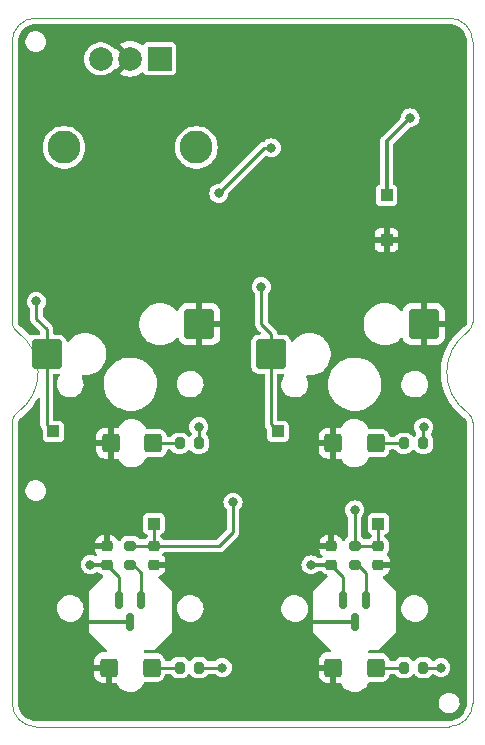
<source format=gbl>
%TF.GenerationSoftware,KiCad,Pcbnew,7.0.1*%
%TF.CreationDate,2023-03-19T03:20:37-04:00*%
%TF.ProjectId,Fluxpad,466c7578-7061-4642-9e6b-696361645f70,rev?*%
%TF.SameCoordinates,Original*%
%TF.FileFunction,Copper,L2,Bot*%
%TF.FilePolarity,Positive*%
%FSLAX46Y46*%
G04 Gerber Fmt 4.6, Leading zero omitted, Abs format (unit mm)*
G04 Created by KiCad (PCBNEW 7.0.1) date 2023-03-19 03:20:37*
%MOMM*%
%LPD*%
G01*
G04 APERTURE LIST*
G04 Aperture macros list*
%AMRoundRect*
0 Rectangle with rounded corners*
0 $1 Rounding radius*
0 $2 $3 $4 $5 $6 $7 $8 $9 X,Y pos of 4 corners*
0 Add a 4 corners polygon primitive as box body*
4,1,4,$2,$3,$4,$5,$6,$7,$8,$9,$2,$3,0*
0 Add four circle primitives for the rounded corners*
1,1,$1+$1,$2,$3*
1,1,$1+$1,$4,$5*
1,1,$1+$1,$6,$7*
1,1,$1+$1,$8,$9*
0 Add four rect primitives between the rounded corners*
20,1,$1+$1,$2,$3,$4,$5,0*
20,1,$1+$1,$4,$5,$6,$7,0*
20,1,$1+$1,$6,$7,$8,$9,0*
20,1,$1+$1,$8,$9,$2,$3,0*%
G04 Aperture macros list end*
%TA.AperFunction,SMDPad,CuDef*%
%ADD10RoundRect,0.150000X-0.150000X0.587500X-0.150000X-0.587500X0.150000X-0.587500X0.150000X0.587500X0*%
%TD*%
%TA.AperFunction,SMDPad,CuDef*%
%ADD11RoundRect,0.250000X-1.025000X-1.000000X1.025000X-1.000000X1.025000X1.000000X-1.025000X1.000000X0*%
%TD*%
%TA.AperFunction,ComponentPad*%
%ADD12C,2.800000*%
%TD*%
%TA.AperFunction,ComponentPad*%
%ADD13C,2.000000*%
%TD*%
%TA.AperFunction,ComponentPad*%
%ADD14R,2.000000X2.000000*%
%TD*%
%TA.AperFunction,SMDPad,CuDef*%
%ADD15R,1.000000X1.000000*%
%TD*%
%TA.AperFunction,SMDPad,CuDef*%
%ADD16RoundRect,0.200000X-0.200000X-0.275000X0.200000X-0.275000X0.200000X0.275000X-0.200000X0.275000X0*%
%TD*%
%TA.AperFunction,SMDPad,CuDef*%
%ADD17RoundRect,0.225000X0.250000X-0.225000X0.250000X0.225000X-0.250000X0.225000X-0.250000X-0.225000X0*%
%TD*%
%TA.AperFunction,SMDPad,CuDef*%
%ADD18RoundRect,0.200000X0.275000X-0.200000X0.275000X0.200000X-0.275000X0.200000X-0.275000X-0.200000X0*%
%TD*%
%TA.AperFunction,SMDPad,CuDef*%
%ADD19RoundRect,0.300000X-0.450000X-0.500000X0.450000X-0.500000X0.450000X0.500000X-0.450000X0.500000X0*%
%TD*%
%TA.AperFunction,SMDPad,CuDef*%
%ADD20RoundRect,0.225000X-0.250000X0.225000X-0.250000X-0.225000X0.250000X-0.225000X0.250000X0.225000X0*%
%TD*%
%TA.AperFunction,ViaPad*%
%ADD21C,0.800000*%
%TD*%
%TA.AperFunction,Conductor*%
%ADD22C,0.300000*%
%TD*%
%TA.AperFunction,Conductor*%
%ADD23C,0.250000*%
%TD*%
%TA.AperFunction,Profile*%
%ADD24C,0.100000*%
%TD*%
G04 APERTURE END LIST*
D10*
%TO.P,U2,1,VCC*%
%TO.N,+3V3*%
X109550000Y-114262500D03*
%TO.P,U2,2,OUT*%
%TO.N,Net-(U2-OUT)*%
X111450000Y-114262500D03*
%TO.P,U2,3,GND*%
%TO.N,GND*%
X110500000Y-116137500D03*
%TD*%
%TO.P,U3,1,VCC*%
%TO.N,+3V3*%
X128550000Y-114262500D03*
%TO.P,U3,2,OUT*%
%TO.N,Net-(U3-OUT)*%
X130450000Y-114262500D03*
%TO.P,U3,3,GND*%
%TO.N,GND*%
X129500000Y-116137500D03*
%TD*%
D11*
%TO.P,SW2,2,B*%
%TO.N,GND*%
X135342000Y-90920000D03*
%TO.P,SW2,1,A*%
%TO.N,SW2*%
X122415000Y-93460000D03*
%TD*%
%TO.P,SW1,1,A*%
%TO.N,SW1*%
X103415000Y-93460000D03*
%TO.P,SW1,2,B*%
%TO.N,GND*%
X116342000Y-90920000D03*
%TD*%
D12*
%TO.P,SW3,MP*%
%TO.N,N/C*%
X116100000Y-75950000D03*
X104900000Y-75950000D03*
D13*
%TO.P,SW3,C,C*%
%TO.N,GND*%
X110500000Y-68450000D03*
%TO.P,SW3,B,B*%
%TO.N,ENCB*%
X108000000Y-68450000D03*
D14*
%TO.P,SW3,A,A*%
%TO.N,ENCA*%
X113000000Y-68450000D03*
%TD*%
D15*
%TO.P,TP_SW4,1,1*%
%TO.N,SW4*%
X131500000Y-107800000D03*
%TD*%
%TO.P,TP_SW1,1,1*%
%TO.N,SW1*%
X104000000Y-100000000D03*
%TD*%
D16*
%TO.P,R1,1*%
%TO.N,Net-(D1-A)*%
X114675000Y-101000000D03*
%TO.P,R1,2*%
%TO.N,LED1*%
X116325000Y-101000000D03*
%TD*%
D17*
%TO.P,C2,1*%
%TO.N,+3V3*%
X127500000Y-111275000D03*
%TO.P,C2,2*%
%TO.N,GND*%
X127500000Y-109725000D03*
%TD*%
D16*
%TO.P,R2,1*%
%TO.N,Net-(D2-A)*%
X133675000Y-101000000D03*
%TO.P,R2,2*%
%TO.N,LED2*%
X135325000Y-101000000D03*
%TD*%
D18*
%TO.P,R5,1*%
%TO.N,Net-(U2-OUT)*%
X110500000Y-111325000D03*
%TO.P,R5,2*%
%TO.N,SW3*%
X110500000Y-109675000D03*
%TD*%
D19*
%TO.P,D2,2,A*%
%TO.N,Net-(D2-A)*%
X131300000Y-101000000D03*
%TO.P,D2,1,K*%
%TO.N,GND*%
X127700000Y-101000000D03*
%TD*%
%TO.P,D3,2,A*%
%TO.N,Net-(D3-A)*%
X112300000Y-120000000D03*
%TO.P,D3,1,K*%
%TO.N,GND*%
X108700000Y-120000000D03*
%TD*%
D15*
%TO.P,TP_SW3,1,1*%
%TO.N,SW3*%
X112500000Y-107800000D03*
%TD*%
D18*
%TO.P,R6,1*%
%TO.N,Net-(U3-OUT)*%
X129500000Y-111325000D03*
%TO.P,R6,2*%
%TO.N,SW4*%
X129500000Y-109675000D03*
%TD*%
D20*
%TO.P,C4,1*%
%TO.N,SW4*%
X131500000Y-109725000D03*
%TO.P,C4,2*%
%TO.N,GND*%
X131500000Y-111275000D03*
%TD*%
D19*
%TO.P,D4,2,A*%
%TO.N,Net-(D4-A)*%
X131300000Y-120000000D03*
%TO.P,D4,1,K*%
%TO.N,GND*%
X127700000Y-120000000D03*
%TD*%
D15*
%TO.P,TP_SW2,1,1*%
%TO.N,SW2*%
X123000000Y-100000000D03*
%TD*%
D20*
%TO.P,C3,1*%
%TO.N,SW3*%
X112500000Y-109725000D03*
%TO.P,C3,2*%
%TO.N,GND*%
X112500000Y-111275000D03*
%TD*%
D19*
%TO.P,D1,2,A*%
%TO.N,Net-(D1-A)*%
X112450000Y-101000000D03*
%TO.P,D1,1,K*%
%TO.N,GND*%
X108850000Y-101000000D03*
%TD*%
D16*
%TO.P,R3,1*%
%TO.N,Net-(D3-A)*%
X114675000Y-120000000D03*
%TO.P,R3,2*%
%TO.N,LED3*%
X116325000Y-120000000D03*
%TD*%
D17*
%TO.P,C1,1*%
%TO.N,+3V3*%
X108500000Y-111275000D03*
%TO.P,C1,2*%
%TO.N,GND*%
X108500000Y-109725000D03*
%TD*%
D15*
%TO.P,GND1,1,1*%
%TO.N,GND*%
X132200000Y-83800000D03*
%TD*%
%TO.P,3V3,1,1*%
%TO.N,+3V3*%
X132200000Y-80000000D03*
%TD*%
D16*
%TO.P,R4,1*%
%TO.N,Net-(D4-A)*%
X133675000Y-120000000D03*
%TO.P,R4,2*%
%TO.N,LED4*%
X135325000Y-120000000D03*
%TD*%
D21*
%TO.N,GND*%
X114000000Y-66000000D03*
X104000000Y-66000000D03*
X101500000Y-88500000D03*
X101500000Y-78500000D03*
X101500000Y-68500000D03*
X101500000Y-112500000D03*
X138500000Y-101500000D03*
X138500000Y-111500000D03*
X138500000Y-121500000D03*
X136000000Y-124000000D03*
X103000000Y-124000000D03*
X101500000Y-122500000D03*
X101500000Y-102500000D03*
X128500000Y-124000000D03*
X111500000Y-124100500D03*
X120000000Y-124000000D03*
X117600000Y-69700000D03*
X137800000Y-87800000D03*
X134200000Y-77200000D03*
%TO.N,LED3*%
X118300000Y-120000000D03*
%TO.N,LED1*%
X122450000Y-76000000D03*
X118000000Y-79850000D03*
X116300000Y-99600000D03*
%TO.N,LED4*%
X136800000Y-120000000D03*
%TO.N,LED2*%
X135350000Y-99650000D03*
%TO.N,+3V3*%
X107125000Y-111275000D03*
X125800000Y-111300000D03*
X134190000Y-73460000D03*
%TO.N,SW1*%
X102550000Y-89000000D03*
%TO.N,SW2*%
X121600000Y-87750000D03*
%TO.N,SW3*%
X119200000Y-106000000D03*
%TO.N,SW4*%
X129500000Y-106650000D03*
%TO.N,GND*%
X138600000Y-72100000D03*
X135200000Y-69700000D03*
X135100000Y-72100000D03*
X138500000Y-69700000D03*
%TD*%
D22*
%TO.N,+3V3*%
X132200000Y-80000000D02*
X132200000Y-75450000D01*
X132200000Y-75450000D02*
X134190000Y-73460000D01*
D23*
%TO.N,Net-(D1-A)*%
X114675000Y-101000000D02*
X112450000Y-101000000D01*
%TO.N,Net-(D2-A)*%
X133675000Y-101000000D02*
X131300000Y-101000000D01*
%TO.N,Net-(D3-A)*%
X114675000Y-120000000D02*
X112300000Y-120000000D01*
%TO.N,Net-(D4-A)*%
X133675000Y-120000000D02*
X131300000Y-120000000D01*
%TO.N,LED3*%
X118300000Y-120000000D02*
X116412500Y-120000000D01*
%TO.N,LED1*%
X121850000Y-76000000D02*
X118000000Y-79850000D01*
X116325000Y-99625000D02*
X116325000Y-101000000D01*
X116300000Y-99600000D02*
X116325000Y-99625000D01*
X122450000Y-76000000D02*
X121850000Y-76000000D01*
%TO.N,LED4*%
X135412500Y-120000000D02*
X136800000Y-120000000D01*
%TO.N,LED2*%
X135350000Y-99650000D02*
X135325000Y-99675000D01*
X135325000Y-99675000D02*
X135325000Y-101000000D01*
%TO.N,+3V3*%
X128550000Y-114262500D02*
X128550000Y-112325000D01*
D22*
X107125000Y-111275000D02*
X108500000Y-111275000D01*
D23*
X108500000Y-111275000D02*
X109550000Y-112325000D01*
D22*
X125800000Y-111300000D02*
X127475000Y-111300000D01*
D23*
X128550000Y-112325000D02*
X127500000Y-111275000D01*
X109550000Y-112325000D02*
X109550000Y-114262500D01*
%TO.N,SW1*%
X102550000Y-90450000D02*
X103415000Y-91315000D01*
X103415000Y-99415000D02*
X104000000Y-100000000D01*
X103415000Y-91315000D02*
X103415000Y-93460000D01*
X103415000Y-93460000D02*
X103415000Y-99415000D01*
X102550000Y-89000000D02*
X102550000Y-90450000D01*
%TO.N,SW2*%
X121600000Y-87750000D02*
X121600000Y-90920000D01*
X122415000Y-93460000D02*
X122415000Y-99415000D01*
X122415000Y-91735000D02*
X122415000Y-93460000D01*
X121600000Y-90920000D02*
X122415000Y-91735000D01*
X122415000Y-99415000D02*
X123000000Y-100000000D01*
%TO.N,SW3*%
X119200000Y-106000000D02*
X119200000Y-108550000D01*
X119200000Y-108550000D02*
X118025000Y-109725000D01*
X112450000Y-109675000D02*
X112500000Y-109725000D01*
X112500000Y-109725000D02*
X112500000Y-107800000D01*
X118025000Y-109725000D02*
X112500000Y-109725000D01*
X110500000Y-109675000D02*
X112450000Y-109675000D01*
%TO.N,SW4*%
X131500000Y-109725000D02*
X131500000Y-107800000D01*
X129500000Y-106650000D02*
X129500000Y-109675000D01*
X129500000Y-109675000D02*
X131450000Y-109675000D01*
X131450000Y-109675000D02*
X131500000Y-109725000D01*
D22*
%TO.N,GND*%
X110500000Y-116137500D02*
X106662500Y-116137500D01*
X129500000Y-116137500D02*
X125637500Y-116137500D01*
D23*
%TO.N,Net-(U2-OUT)*%
X111450000Y-111950000D02*
X110825000Y-111325000D01*
X110825000Y-111325000D02*
X110500000Y-111325000D01*
X111450000Y-114262500D02*
X111450000Y-111950000D01*
%TO.N,Net-(U3-OUT)*%
X130450000Y-114262500D02*
X130450000Y-112000000D01*
X130450000Y-112000000D02*
X129775000Y-111325000D01*
X129775000Y-111325000D02*
X129500000Y-111325000D01*
%TD*%
%TA.AperFunction,Conductor*%
%TO.N,GND*%
G36*
X137504487Y-65500821D02*
G01*
X137522302Y-65502095D01*
X137704419Y-65515120D01*
X137722193Y-65517675D01*
X137913653Y-65559324D01*
X137930899Y-65564388D01*
X138114476Y-65632859D01*
X138130825Y-65640326D01*
X138302783Y-65734222D01*
X138317907Y-65743942D01*
X138474752Y-65861355D01*
X138488338Y-65873128D01*
X138626871Y-66011661D01*
X138638644Y-66025247D01*
X138756057Y-66182092D01*
X138765777Y-66197216D01*
X138859673Y-66369174D01*
X138867141Y-66385526D01*
X138935610Y-66569098D01*
X138940675Y-66586348D01*
X138982322Y-66777796D01*
X138984880Y-66795590D01*
X138999179Y-66995512D01*
X138999500Y-67004501D01*
X138999500Y-90745090D01*
X138998601Y-90760110D01*
X138997352Y-90770510D01*
X138987104Y-90855857D01*
X138979996Y-90885036D01*
X138948824Y-90968248D01*
X138935013Y-90994914D01*
X138885038Y-91068383D01*
X138865308Y-91091024D01*
X138839211Y-91114594D01*
X138794030Y-91155398D01*
X138782252Y-91164818D01*
X138621240Y-91278499D01*
X138309122Y-91542382D01*
X138021093Y-91832346D01*
X137759315Y-92146213D01*
X137525756Y-92481626D01*
X137322201Y-92836017D01*
X137150158Y-93206766D01*
X137010945Y-93591024D01*
X136905603Y-93985927D01*
X136841645Y-94350240D01*
X136834932Y-94388480D01*
X136799462Y-94795646D01*
X136799462Y-95204354D01*
X136834932Y-95611520D01*
X136834933Y-95611525D01*
X136905603Y-96014072D01*
X137010945Y-96408975D01*
X137067584Y-96565310D01*
X137150160Y-96793239D01*
X137248397Y-97004937D01*
X137322201Y-97163982D01*
X137525756Y-97518373D01*
X137759315Y-97853786D01*
X137990303Y-98130736D01*
X138021094Y-98167654D01*
X138309126Y-98457621D01*
X138621235Y-98721496D01*
X138621240Y-98721500D01*
X138782015Y-98835014D01*
X138793780Y-98844423D01*
X138865341Y-98909034D01*
X138885077Y-98931676D01*
X138935050Y-99005124D01*
X138948862Y-99031788D01*
X138980032Y-99114981D01*
X138987141Y-99144157D01*
X138998601Y-99239575D01*
X138999500Y-99254600D01*
X138999500Y-122995499D01*
X138999179Y-123004488D01*
X138984880Y-123204409D01*
X138982322Y-123222203D01*
X138940675Y-123413651D01*
X138935610Y-123430901D01*
X138867141Y-123614473D01*
X138859673Y-123630825D01*
X138765777Y-123802783D01*
X138756057Y-123817907D01*
X138638644Y-123974752D01*
X138626871Y-123988338D01*
X138488338Y-124126871D01*
X138474752Y-124138644D01*
X138317907Y-124256057D01*
X138302783Y-124265777D01*
X138130825Y-124359673D01*
X138114473Y-124367141D01*
X137930901Y-124435610D01*
X137913651Y-124440675D01*
X137722203Y-124482322D01*
X137704409Y-124484880D01*
X137504488Y-124499179D01*
X137495499Y-124499500D01*
X102504501Y-124499500D01*
X102495512Y-124499179D01*
X102295590Y-124484880D01*
X102277796Y-124482322D01*
X102086348Y-124440675D01*
X102069098Y-124435610D01*
X101885526Y-124367141D01*
X101869174Y-124359673D01*
X101697216Y-124265777D01*
X101682092Y-124256057D01*
X101525247Y-124138644D01*
X101511661Y-124126871D01*
X101373128Y-123988338D01*
X101361355Y-123974752D01*
X101243942Y-123817907D01*
X101234222Y-123802783D01*
X101145384Y-123640088D01*
X101140325Y-123630823D01*
X101132858Y-123614473D01*
X101116561Y-123570780D01*
X101064388Y-123430899D01*
X101059324Y-123413651D01*
X101059178Y-123412980D01*
X101017675Y-123222193D01*
X101015120Y-123204419D01*
X101000821Y-123004487D01*
X101000500Y-122995499D01*
X101000500Y-122952267D01*
X136619624Y-122952267D01*
X136629947Y-123142639D01*
X136649594Y-123213401D01*
X136680951Y-123326339D01*
X136770253Y-123494781D01*
X136879091Y-123622915D01*
X136893678Y-123640088D01*
X137032038Y-123745266D01*
X137045453Y-123755464D01*
X137218482Y-123835515D01*
X137404675Y-123876500D01*
X137547519Y-123876500D01*
X137547523Y-123876500D01*
X137661130Y-123864144D01*
X137689533Y-123861055D01*
X137781340Y-123830121D01*
X137870201Y-123800181D01*
X137870203Y-123800180D01*
X138033563Y-123701890D01*
X138171974Y-123570780D01*
X138278964Y-123412981D01*
X138349531Y-123235871D01*
X138380375Y-123047733D01*
X138370053Y-122857362D01*
X138319049Y-122673661D01*
X138229747Y-122505219D01*
X138106323Y-122359913D01*
X138106322Y-122359912D01*
X138106321Y-122359911D01*
X137954546Y-122244535D01*
X137857890Y-122199818D01*
X137781518Y-122164485D01*
X137595325Y-122123500D01*
X137452481Y-122123500D01*
X137452477Y-122123500D01*
X137310467Y-122138944D01*
X137129798Y-122199818D01*
X136966437Y-122298109D01*
X136828024Y-122429221D01*
X136721035Y-122587019D01*
X136650469Y-122764128D01*
X136619624Y-122952267D01*
X101000500Y-122952267D01*
X101000500Y-120254000D01*
X107442000Y-120254000D01*
X107442000Y-120545378D01*
X107457273Y-120680935D01*
X107517411Y-120852798D01*
X107614283Y-121006969D01*
X107743030Y-121135716D01*
X107897201Y-121232588D01*
X108069064Y-121292726D01*
X108204622Y-121308000D01*
X108446000Y-121308000D01*
X108446000Y-120254000D01*
X107442000Y-120254000D01*
X101000500Y-120254000D01*
X101000500Y-114946207D01*
X104290660Y-114946207D01*
X104300887Y-115160904D01*
X104351561Y-115369787D01*
X104440853Y-115565309D01*
X104565535Y-115740401D01*
X104647201Y-115818268D01*
X104721097Y-115888727D01*
X104885369Y-115994298D01*
X104901923Y-116004937D01*
X105101465Y-116084821D01*
X105101468Y-116084822D01*
X105312528Y-116125500D01*
X105473618Y-116125500D01*
X105473623Y-116125500D01*
X105562702Y-116116993D01*
X105633971Y-116110188D01*
X105840209Y-116049631D01*
X105964911Y-115985342D01*
X106031260Y-115951138D01*
X106200214Y-115818270D01*
X106200217Y-115818268D01*
X106340976Y-115655824D01*
X106448448Y-115469677D01*
X106518750Y-115266554D01*
X106549339Y-115053797D01*
X106539112Y-114839096D01*
X106513481Y-114733443D01*
X106488438Y-114630212D01*
X106399146Y-114434690D01*
X106274464Y-114259598D01*
X106118904Y-114111274D01*
X106118903Y-114111273D01*
X106021788Y-114048861D01*
X105938076Y-113995062D01*
X105738534Y-113915178D01*
X105527472Y-113874500D01*
X105366382Y-113874500D01*
X105366377Y-113874500D01*
X105206032Y-113889811D01*
X104999788Y-113950370D01*
X104808739Y-114048861D01*
X104639785Y-114181729D01*
X104499023Y-114344176D01*
X104391552Y-114530322D01*
X104321250Y-114733443D01*
X104290660Y-114946207D01*
X101000500Y-114946207D01*
X101000500Y-111275000D01*
X106319435Y-111275000D01*
X106339632Y-111454257D01*
X106399210Y-111624521D01*
X106495184Y-111777263D01*
X106622736Y-111904815D01*
X106708946Y-111958984D01*
X106775478Y-112000789D01*
X106945745Y-112060368D01*
X107125000Y-112080565D01*
X107304255Y-112060368D01*
X107474522Y-112000789D01*
X107627262Y-111904816D01*
X107627261Y-111904816D01*
X107629979Y-111903109D01*
X107682908Y-111884588D01*
X107738630Y-111890867D01*
X107786110Y-111920701D01*
X107863576Y-111998167D01*
X107863578Y-111998168D01*
X107863580Y-111998170D01*
X107999610Y-112078618D01*
X108022844Y-112085368D01*
X108121836Y-112114128D01*
X108177167Y-112147440D01*
X108208725Y-112203790D01*
X108208217Y-112268373D01*
X108175778Y-112324220D01*
X107000000Y-113499998D01*
X107000000Y-117000001D01*
X108476904Y-118476905D01*
X108507642Y-118527064D01*
X108512258Y-118585711D01*
X108489745Y-118640061D01*
X108445012Y-118678267D01*
X108387809Y-118692000D01*
X108204622Y-118692000D01*
X108069064Y-118707273D01*
X107897201Y-118767411D01*
X107743030Y-118864283D01*
X107614283Y-118993030D01*
X107517411Y-119147201D01*
X107457273Y-119319064D01*
X107442000Y-119454622D01*
X107442000Y-119746000D01*
X108828000Y-119746000D01*
X108891000Y-119762881D01*
X108937119Y-119809000D01*
X108954000Y-119872000D01*
X108954000Y-121308000D01*
X109195375Y-121308000D01*
X109259546Y-121300769D01*
X109310793Y-121305575D01*
X109355843Y-121330472D01*
X109387177Y-121371308D01*
X109422170Y-121443971D01*
X109422171Y-121443973D01*
X109554478Y-121626078D01*
X109717175Y-121781632D01*
X109905032Y-121905635D01*
X110112012Y-121994103D01*
X110331463Y-122044191D01*
X110530644Y-122053136D01*
X110556327Y-122054290D01*
X110556327Y-122054289D01*
X110556330Y-122054290D01*
X110779387Y-122024075D01*
X110993464Y-121954517D01*
X111191681Y-121847852D01*
X111367666Y-121707508D01*
X111515765Y-121537996D01*
X111631215Y-121344764D01*
X111655180Y-121280906D01*
X111684745Y-121235395D01*
X111730711Y-121206541D01*
X111784549Y-121199697D01*
X111793384Y-121200500D01*
X112806615Y-121200500D01*
X112806616Y-121200500D01*
X112877196Y-121194086D01*
X113039606Y-121143478D01*
X113185185Y-121055472D01*
X113305472Y-120935185D01*
X113393478Y-120789606D01*
X113444086Y-120627196D01*
X113444086Y-120627195D01*
X113448064Y-120614430D01*
X113451530Y-120615510D01*
X113463313Y-120581978D01*
X113508747Y-120540514D01*
X113568397Y-120525500D01*
X113848165Y-120525500D01*
X113903893Y-120538494D01*
X113948127Y-120574796D01*
X114046718Y-120703282D01*
X114172157Y-120799535D01*
X114172158Y-120799535D01*
X114172159Y-120799536D01*
X114318238Y-120860044D01*
X114435639Y-120875500D01*
X114914360Y-120875499D01*
X114914361Y-120875499D01*
X114953494Y-120870347D01*
X115031762Y-120860044D01*
X115177841Y-120799536D01*
X115177841Y-120799535D01*
X115177843Y-120799535D01*
X115303279Y-120703284D01*
X115303278Y-120703284D01*
X115303282Y-120703282D01*
X115399536Y-120577841D01*
X115399536Y-120577838D01*
X115400037Y-120577187D01*
X115444272Y-120540885D01*
X115500000Y-120527891D01*
X115555728Y-120540885D01*
X115599963Y-120577187D01*
X115600463Y-120577838D01*
X115600464Y-120577841D01*
X115640346Y-120629816D01*
X115696720Y-120703284D01*
X115822157Y-120799535D01*
X115822158Y-120799535D01*
X115822159Y-120799536D01*
X115968238Y-120860044D01*
X116085639Y-120875500D01*
X116564360Y-120875499D01*
X116564361Y-120875499D01*
X116603494Y-120870347D01*
X116681762Y-120860044D01*
X116827841Y-120799536D01*
X116827841Y-120799535D01*
X116827843Y-120799535D01*
X116923950Y-120725789D01*
X116953282Y-120703282D01*
X117046362Y-120581978D01*
X117051873Y-120574796D01*
X117096107Y-120538494D01*
X117151835Y-120525500D01*
X117641232Y-120525500D01*
X117689450Y-120535091D01*
X117730324Y-120562402D01*
X117797738Y-120629816D01*
X117950478Y-120725789D01*
X118120745Y-120785368D01*
X118300000Y-120805565D01*
X118479255Y-120785368D01*
X118649522Y-120725789D01*
X118802262Y-120629816D01*
X118929816Y-120502262D01*
X119025789Y-120349522D01*
X119059214Y-120254000D01*
X126442000Y-120254000D01*
X126442000Y-120545378D01*
X126457273Y-120680935D01*
X126517411Y-120852798D01*
X126614283Y-121006969D01*
X126743030Y-121135716D01*
X126897201Y-121232588D01*
X127069064Y-121292726D01*
X127204622Y-121308000D01*
X127446000Y-121308000D01*
X127446000Y-120254000D01*
X126442000Y-120254000D01*
X119059214Y-120254000D01*
X119085368Y-120179255D01*
X119105565Y-120000000D01*
X119085368Y-119820745D01*
X119025789Y-119650478D01*
X118929816Y-119497738D01*
X118929815Y-119497736D01*
X118802263Y-119370184D01*
X118649521Y-119274210D01*
X118479257Y-119214632D01*
X118300000Y-119194435D01*
X118120742Y-119214632D01*
X117950478Y-119274210D01*
X117797739Y-119370183D01*
X117797738Y-119370183D01*
X117797738Y-119370184D01*
X117730324Y-119437597D01*
X117689450Y-119464909D01*
X117641232Y-119474500D01*
X117151835Y-119474500D01*
X117096107Y-119461506D01*
X117051873Y-119425204D01*
X116953281Y-119296717D01*
X116827842Y-119200464D01*
X116681761Y-119139955D01*
X116564361Y-119124500D01*
X116085638Y-119124500D01*
X115968239Y-119139955D01*
X115822156Y-119200464D01*
X115696717Y-119296717D01*
X115599962Y-119422812D01*
X115555728Y-119459114D01*
X115500000Y-119472108D01*
X115444272Y-119459114D01*
X115400038Y-119422812D01*
X115303282Y-119296717D01*
X115177842Y-119200464D01*
X115031761Y-119139955D01*
X114914361Y-119124500D01*
X114435638Y-119124500D01*
X114318239Y-119139955D01*
X114172156Y-119200464D01*
X114046718Y-119296717D01*
X113948127Y-119425204D01*
X113903893Y-119461506D01*
X113848165Y-119474500D01*
X113568397Y-119474500D01*
X113508747Y-119459486D01*
X113463313Y-119418022D01*
X113451530Y-119384489D01*
X113448064Y-119385570D01*
X113413363Y-119274210D01*
X113393478Y-119210394D01*
X113383830Y-119194435D01*
X113305471Y-119064813D01*
X113185186Y-118944528D01*
X113039607Y-118856522D01*
X112877195Y-118805913D01*
X112813029Y-118800082D01*
X112806616Y-118799500D01*
X111793384Y-118799500D01*
X111793377Y-118799500D01*
X111786210Y-118800151D01*
X111735941Y-118794522D01*
X111691937Y-118769577D01*
X111661290Y-118729337D01*
X111637853Y-118680669D01*
X111625573Y-118618935D01*
X111644688Y-118558964D01*
X111690427Y-118515722D01*
X111751375Y-118500000D01*
X112500000Y-118500000D01*
X114000000Y-117000000D01*
X114000000Y-114946207D01*
X114450660Y-114946207D01*
X114460887Y-115160904D01*
X114511561Y-115369787D01*
X114600853Y-115565309D01*
X114725535Y-115740401D01*
X114807201Y-115818268D01*
X114881097Y-115888727D01*
X115045369Y-115994298D01*
X115061923Y-116004937D01*
X115261465Y-116084821D01*
X115261468Y-116084822D01*
X115472528Y-116125500D01*
X115633618Y-116125500D01*
X115633623Y-116125500D01*
X115722702Y-116116993D01*
X115793971Y-116110188D01*
X116000209Y-116049631D01*
X116124911Y-115985342D01*
X116191260Y-115951138D01*
X116360214Y-115818270D01*
X116360217Y-115818268D01*
X116500976Y-115655824D01*
X116608448Y-115469677D01*
X116678750Y-115266554D01*
X116709339Y-115053797D01*
X116704214Y-114946207D01*
X123290660Y-114946207D01*
X123300887Y-115160904D01*
X123351561Y-115369787D01*
X123440853Y-115565309D01*
X123565535Y-115740401D01*
X123647201Y-115818268D01*
X123721097Y-115888727D01*
X123885369Y-115994298D01*
X123901923Y-116004937D01*
X124101465Y-116084821D01*
X124101468Y-116084822D01*
X124312528Y-116125500D01*
X124473618Y-116125500D01*
X124473623Y-116125500D01*
X124562702Y-116116993D01*
X124633971Y-116110188D01*
X124840209Y-116049631D01*
X124964911Y-115985342D01*
X125031260Y-115951138D01*
X125200214Y-115818270D01*
X125200217Y-115818268D01*
X125340976Y-115655824D01*
X125448448Y-115469677D01*
X125518750Y-115266554D01*
X125549339Y-115053797D01*
X125539112Y-114839096D01*
X125513481Y-114733443D01*
X125488438Y-114630212D01*
X125399146Y-114434690D01*
X125274464Y-114259598D01*
X125118904Y-114111274D01*
X125118903Y-114111273D01*
X125021788Y-114048861D01*
X124938076Y-113995062D01*
X124738534Y-113915178D01*
X124527472Y-113874500D01*
X124366382Y-113874500D01*
X124366377Y-113874500D01*
X124206032Y-113889811D01*
X123999788Y-113950370D01*
X123808739Y-114048861D01*
X123639785Y-114181729D01*
X123499023Y-114344176D01*
X123391552Y-114530322D01*
X123321250Y-114733443D01*
X123290660Y-114946207D01*
X116704214Y-114946207D01*
X116699112Y-114839096D01*
X116673481Y-114733443D01*
X116648438Y-114630212D01*
X116559146Y-114434690D01*
X116434464Y-114259598D01*
X116278904Y-114111274D01*
X116278903Y-114111273D01*
X116181788Y-114048861D01*
X116098076Y-113995062D01*
X115898534Y-113915178D01*
X115687472Y-113874500D01*
X115526382Y-113874500D01*
X115526377Y-113874500D01*
X115366032Y-113889811D01*
X115159788Y-113950370D01*
X114968739Y-114048861D01*
X114799785Y-114181729D01*
X114659023Y-114344176D01*
X114551552Y-114530322D01*
X114481250Y-114733443D01*
X114450660Y-114946207D01*
X114000000Y-114946207D01*
X114000000Y-113500000D01*
X113999999Y-113499998D01*
X112911116Y-112411116D01*
X112878992Y-112356399D01*
X112877607Y-112292964D01*
X112907314Y-112236897D01*
X112960578Y-112202417D01*
X113061885Y-112168847D01*
X113207731Y-112078888D01*
X113328888Y-111957731D01*
X113418847Y-111811885D01*
X113472743Y-111649239D01*
X113483000Y-111548839D01*
X113483000Y-111529000D01*
X112372000Y-111529000D01*
X112309000Y-111512119D01*
X112262881Y-111466000D01*
X112246000Y-111403000D01*
X112246000Y-111299999D01*
X124994435Y-111299999D01*
X125014632Y-111479257D01*
X125074210Y-111649521D01*
X125170184Y-111802263D01*
X125297736Y-111929815D01*
X125450478Y-112025789D01*
X125601454Y-112078618D01*
X125620745Y-112085368D01*
X125800000Y-112105565D01*
X125979255Y-112085368D01*
X126149522Y-112025789D01*
X126302262Y-111929816D01*
X126344675Y-111887402D01*
X126385549Y-111860091D01*
X126433768Y-111850500D01*
X126663719Y-111850500D01*
X126711937Y-111860091D01*
X126752814Y-111887405D01*
X126863576Y-111998167D01*
X126863578Y-111998168D01*
X126863580Y-111998170D01*
X126999610Y-112078618D01*
X127022844Y-112085368D01*
X127121836Y-112114128D01*
X127177167Y-112147440D01*
X127208725Y-112203790D01*
X127208217Y-112268373D01*
X127175778Y-112324220D01*
X126000000Y-113499998D01*
X126000000Y-117000001D01*
X127476904Y-118476905D01*
X127507642Y-118527064D01*
X127512258Y-118585711D01*
X127489745Y-118640061D01*
X127445012Y-118678267D01*
X127387809Y-118692000D01*
X127204622Y-118692000D01*
X127069064Y-118707273D01*
X126897201Y-118767411D01*
X126743030Y-118864283D01*
X126614283Y-118993030D01*
X126517411Y-119147201D01*
X126457273Y-119319064D01*
X126442000Y-119454622D01*
X126442000Y-119746000D01*
X127828000Y-119746000D01*
X127891000Y-119762881D01*
X127937119Y-119809000D01*
X127954000Y-119872000D01*
X127954000Y-121308000D01*
X128195375Y-121308000D01*
X128259546Y-121300769D01*
X128310793Y-121305575D01*
X128355843Y-121330472D01*
X128387177Y-121371308D01*
X128422170Y-121443971D01*
X128422171Y-121443973D01*
X128554478Y-121626078D01*
X128717175Y-121781632D01*
X128905032Y-121905635D01*
X129112012Y-121994103D01*
X129331463Y-122044191D01*
X129530644Y-122053136D01*
X129556327Y-122054290D01*
X129556327Y-122054289D01*
X129556330Y-122054290D01*
X129779387Y-122024075D01*
X129993464Y-121954517D01*
X130191681Y-121847852D01*
X130367666Y-121707508D01*
X130515765Y-121537996D01*
X130631215Y-121344764D01*
X130655180Y-121280906D01*
X130684745Y-121235395D01*
X130730711Y-121206541D01*
X130784549Y-121199697D01*
X130793384Y-121200500D01*
X131806615Y-121200500D01*
X131806616Y-121200500D01*
X131877196Y-121194086D01*
X132039606Y-121143478D01*
X132185185Y-121055472D01*
X132305472Y-120935185D01*
X132393478Y-120789606D01*
X132444086Y-120627196D01*
X132444086Y-120627195D01*
X132448064Y-120614430D01*
X132451530Y-120615510D01*
X132463313Y-120581978D01*
X132508747Y-120540514D01*
X132568397Y-120525500D01*
X132848165Y-120525500D01*
X132903893Y-120538494D01*
X132948127Y-120574796D01*
X133046718Y-120703282D01*
X133172157Y-120799535D01*
X133172158Y-120799535D01*
X133172159Y-120799536D01*
X133318238Y-120860044D01*
X133435639Y-120875500D01*
X133914360Y-120875499D01*
X133914361Y-120875499D01*
X133953494Y-120870347D01*
X134031762Y-120860044D01*
X134177841Y-120799536D01*
X134177841Y-120799535D01*
X134177843Y-120799535D01*
X134303279Y-120703284D01*
X134303278Y-120703284D01*
X134303282Y-120703282D01*
X134399536Y-120577841D01*
X134399536Y-120577838D01*
X134400037Y-120577187D01*
X134444272Y-120540885D01*
X134500000Y-120527891D01*
X134555728Y-120540885D01*
X134599963Y-120577187D01*
X134600463Y-120577838D01*
X134600464Y-120577841D01*
X134640346Y-120629816D01*
X134696720Y-120703284D01*
X134822157Y-120799535D01*
X134822158Y-120799535D01*
X134822159Y-120799536D01*
X134968238Y-120860044D01*
X135085639Y-120875500D01*
X135564360Y-120875499D01*
X135564361Y-120875499D01*
X135603494Y-120870347D01*
X135681762Y-120860044D01*
X135827841Y-120799536D01*
X135827841Y-120799535D01*
X135827843Y-120799535D01*
X135953279Y-120703284D01*
X135953278Y-120703284D01*
X135953282Y-120703282D01*
X136047271Y-120580792D01*
X136104137Y-120539098D01*
X136174503Y-120534486D01*
X136236324Y-120568402D01*
X136297738Y-120629816D01*
X136450478Y-120725789D01*
X136620745Y-120785368D01*
X136800000Y-120805565D01*
X136979255Y-120785368D01*
X137149522Y-120725789D01*
X137302262Y-120629816D01*
X137429816Y-120502262D01*
X137525789Y-120349522D01*
X137585368Y-120179255D01*
X137605565Y-120000000D01*
X137585368Y-119820745D01*
X137525789Y-119650478D01*
X137429816Y-119497738D01*
X137429815Y-119497736D01*
X137302263Y-119370184D01*
X137149521Y-119274210D01*
X136979257Y-119214632D01*
X136800000Y-119194435D01*
X136620742Y-119214632D01*
X136450478Y-119274210D01*
X136297736Y-119370184D01*
X136236326Y-119431595D01*
X136174502Y-119465513D01*
X136104137Y-119460901D01*
X136047269Y-119419204D01*
X135953281Y-119296717D01*
X135827842Y-119200464D01*
X135681761Y-119139955D01*
X135564361Y-119124500D01*
X135085638Y-119124500D01*
X134968239Y-119139955D01*
X134822156Y-119200464D01*
X134696717Y-119296717D01*
X134599962Y-119422812D01*
X134555728Y-119459114D01*
X134500000Y-119472108D01*
X134444272Y-119459114D01*
X134400038Y-119422812D01*
X134303282Y-119296717D01*
X134177842Y-119200464D01*
X134031761Y-119139955D01*
X133914361Y-119124500D01*
X133435638Y-119124500D01*
X133318239Y-119139955D01*
X133172156Y-119200464D01*
X133046718Y-119296717D01*
X132948127Y-119425204D01*
X132903893Y-119461506D01*
X132848165Y-119474500D01*
X132568397Y-119474500D01*
X132508747Y-119459486D01*
X132463313Y-119418022D01*
X132451530Y-119384489D01*
X132448064Y-119385570D01*
X132413363Y-119274210D01*
X132393478Y-119210394D01*
X132383830Y-119194435D01*
X132305471Y-119064813D01*
X132185186Y-118944528D01*
X132039607Y-118856522D01*
X131877195Y-118805913D01*
X131813029Y-118800082D01*
X131806616Y-118799500D01*
X130793384Y-118799500D01*
X130793377Y-118799500D01*
X130786210Y-118800151D01*
X130735941Y-118794522D01*
X130691937Y-118769577D01*
X130661290Y-118729337D01*
X130637853Y-118680669D01*
X130625573Y-118618935D01*
X130644688Y-118558964D01*
X130690427Y-118515722D01*
X130751375Y-118500000D01*
X131500000Y-118500000D01*
X133000000Y-117000000D01*
X133000000Y-114946207D01*
X133450660Y-114946207D01*
X133460887Y-115160904D01*
X133511561Y-115369787D01*
X133600853Y-115565309D01*
X133725535Y-115740401D01*
X133807201Y-115818268D01*
X133881097Y-115888727D01*
X134045369Y-115994298D01*
X134061923Y-116004937D01*
X134261465Y-116084821D01*
X134261468Y-116084822D01*
X134472528Y-116125500D01*
X134633618Y-116125500D01*
X134633623Y-116125500D01*
X134722702Y-116116993D01*
X134793971Y-116110188D01*
X135000209Y-116049631D01*
X135124911Y-115985342D01*
X135191260Y-115951138D01*
X135360214Y-115818270D01*
X135360217Y-115818268D01*
X135500976Y-115655824D01*
X135608448Y-115469677D01*
X135678750Y-115266554D01*
X135709339Y-115053797D01*
X135699112Y-114839096D01*
X135673481Y-114733443D01*
X135648438Y-114630212D01*
X135559146Y-114434690D01*
X135434464Y-114259598D01*
X135278904Y-114111274D01*
X135278903Y-114111273D01*
X135181788Y-114048861D01*
X135098076Y-113995062D01*
X134898534Y-113915178D01*
X134687472Y-113874500D01*
X134526382Y-113874500D01*
X134526377Y-113874500D01*
X134366032Y-113889811D01*
X134159788Y-113950370D01*
X133968739Y-114048861D01*
X133799785Y-114181729D01*
X133659023Y-114344176D01*
X133551552Y-114530322D01*
X133481250Y-114733443D01*
X133450660Y-114946207D01*
X133000000Y-114946207D01*
X133000000Y-113500000D01*
X132999999Y-113499998D01*
X131911116Y-112411116D01*
X131878992Y-112356399D01*
X131877607Y-112292964D01*
X131907314Y-112236897D01*
X131960578Y-112202417D01*
X132061885Y-112168847D01*
X132207731Y-112078888D01*
X132328888Y-111957731D01*
X132418847Y-111811885D01*
X132472743Y-111649239D01*
X132483000Y-111548839D01*
X132483000Y-111529000D01*
X131372000Y-111529000D01*
X131309000Y-111512119D01*
X131262881Y-111466000D01*
X131246000Y-111403000D01*
X131246000Y-111147000D01*
X131262881Y-111084000D01*
X131309000Y-111037881D01*
X131372000Y-111021000D01*
X132483000Y-111021000D01*
X132483000Y-111001161D01*
X132472743Y-110900760D01*
X132418847Y-110738114D01*
X132328888Y-110592268D01*
X132249700Y-110513080D01*
X132217088Y-110456594D01*
X132217089Y-110391370D01*
X132240692Y-110350491D01*
X132240067Y-110350121D01*
X132262398Y-110312361D01*
X132328618Y-110200390D01*
X132372709Y-110048627D01*
X132375500Y-110013163D01*
X132375499Y-109436838D01*
X132372709Y-109401373D01*
X132328618Y-109249610D01*
X132248170Y-109113580D01*
X132248168Y-109113578D01*
X132248167Y-109113576D01*
X132136423Y-109001832D01*
X132136420Y-109001830D01*
X132087359Y-108972815D01*
X132042052Y-108926791D01*
X132025500Y-108864363D01*
X132025500Y-108809067D01*
X132039234Y-108751862D01*
X132077442Y-108707129D01*
X132107895Y-108694515D01*
X132125300Y-108685646D01*
X132125304Y-108685646D01*
X132238342Y-108628050D01*
X132328050Y-108538342D01*
X132385646Y-108425304D01*
X132400500Y-108331519D01*
X132400499Y-107268482D01*
X132385646Y-107174696D01*
X132328050Y-107061658D01*
X132328049Y-107061657D01*
X132328048Y-107061655D01*
X132238344Y-106971951D01*
X132125304Y-106914354D01*
X132031519Y-106899500D01*
X132031517Y-106899500D01*
X130968481Y-106899500D01*
X130874696Y-106914354D01*
X130761655Y-106971951D01*
X130671951Y-107061655D01*
X130614354Y-107174695D01*
X130599500Y-107268482D01*
X130599500Y-108331518D01*
X130605474Y-108369234D01*
X130614354Y-108425304D01*
X130649483Y-108494248D01*
X130671951Y-108538344D01*
X130761655Y-108628048D01*
X130761657Y-108628049D01*
X130761658Y-108628050D01*
X130822797Y-108659202D01*
X130892108Y-108694518D01*
X130922562Y-108707133D01*
X130960767Y-108751866D01*
X130974500Y-108809068D01*
X130974500Y-108864363D01*
X130957948Y-108926791D01*
X130912640Y-108972815D01*
X130885470Y-108988884D01*
X130863576Y-109001832D01*
X130752814Y-109112595D01*
X130711937Y-109139909D01*
X130663719Y-109149500D01*
X130344286Y-109149500D01*
X130288558Y-109136506D01*
X130244324Y-109100205D01*
X130203280Y-109046716D01*
X130074796Y-108948127D01*
X130038494Y-108903893D01*
X130025500Y-108848165D01*
X130025500Y-107308768D01*
X130035091Y-107260550D01*
X130062402Y-107219675D01*
X130129816Y-107152262D01*
X130225789Y-106999522D01*
X130285368Y-106829255D01*
X130305565Y-106650000D01*
X130285368Y-106470745D01*
X130225789Y-106300478D01*
X130149621Y-106179257D01*
X130129815Y-106147736D01*
X130002263Y-106020184D01*
X129849521Y-105924210D01*
X129679257Y-105864632D01*
X129500000Y-105844435D01*
X129320742Y-105864632D01*
X129150478Y-105924210D01*
X128997736Y-106020184D01*
X128870184Y-106147736D01*
X128774210Y-106300478D01*
X128714632Y-106470742D01*
X128694435Y-106650000D01*
X128714632Y-106829257D01*
X128774210Y-106999521D01*
X128774211Y-106999522D01*
X128870184Y-107152262D01*
X128937597Y-107219675D01*
X128964909Y-107260550D01*
X128974500Y-107308768D01*
X128974500Y-108848165D01*
X128961506Y-108903893D01*
X128925204Y-108948127D01*
X128796717Y-109046718D01*
X128700465Y-109172156D01*
X128670610Y-109244232D01*
X128634629Y-109293005D01*
X128580039Y-109319335D01*
X128519470Y-109317132D01*
X128466938Y-109286904D01*
X128434596Y-109235645D01*
X128418845Y-109188112D01*
X128328888Y-109042268D01*
X128207731Y-108921111D01*
X128061885Y-108831152D01*
X127899239Y-108777256D01*
X127798839Y-108767000D01*
X127754000Y-108767000D01*
X127754000Y-109853000D01*
X127737119Y-109916000D01*
X127691000Y-109962119D01*
X127628000Y-109979000D01*
X126517000Y-109979000D01*
X126517000Y-109998839D01*
X126527256Y-110099239D01*
X126581152Y-110261885D01*
X126671111Y-110407731D01*
X126750299Y-110486919D01*
X126782910Y-110543401D01*
X126782912Y-110608621D01*
X126759307Y-110649509D01*
X126759933Y-110649879D01*
X126751830Y-110663579D01*
X126751830Y-110663580D01*
X126747925Y-110670184D01*
X126737602Y-110687639D01*
X126691576Y-110732947D01*
X126629148Y-110749500D01*
X126433768Y-110749500D01*
X126385549Y-110739909D01*
X126344675Y-110712597D01*
X126302262Y-110670184D01*
X126302261Y-110670183D01*
X126302260Y-110670182D01*
X126149521Y-110574210D01*
X125979257Y-110514632D01*
X125849373Y-110499998D01*
X125800000Y-110494435D01*
X125799999Y-110494435D01*
X125620742Y-110514632D01*
X125450478Y-110574210D01*
X125297736Y-110670184D01*
X125170184Y-110797736D01*
X125074210Y-110950478D01*
X125014632Y-111120742D01*
X124994435Y-111299999D01*
X112246000Y-111299999D01*
X112246000Y-111147000D01*
X112262881Y-111084000D01*
X112309000Y-111037881D01*
X112372000Y-111021000D01*
X113483000Y-111021000D01*
X113483000Y-111001161D01*
X113472743Y-110900760D01*
X113418847Y-110738114D01*
X113328888Y-110592268D01*
X113249700Y-110513080D01*
X113217088Y-110456594D01*
X113217089Y-110391370D01*
X113240692Y-110350491D01*
X113240067Y-110350121D01*
X113262398Y-110312361D01*
X113308424Y-110267053D01*
X113370852Y-110250500D01*
X118013851Y-110250500D01*
X118018152Y-110250573D01*
X118020116Y-110250640D01*
X118079245Y-110252660D01*
X118116979Y-110243463D01*
X118129621Y-110241060D01*
X118168111Y-110235771D01*
X118183227Y-110229204D01*
X118203589Y-110222356D01*
X118219594Y-110218457D01*
X118253450Y-110199419D01*
X118264979Y-110193694D01*
X118300609Y-110178219D01*
X118313395Y-110167816D01*
X118331142Y-110155737D01*
X118345512Y-110147658D01*
X118372975Y-110120193D01*
X118382547Y-110111556D01*
X118412665Y-110087054D01*
X118422170Y-110073586D01*
X118436004Y-110057164D01*
X119022167Y-109471000D01*
X126517000Y-109471000D01*
X127246000Y-109471000D01*
X127246000Y-108767000D01*
X127201161Y-108767000D01*
X127100760Y-108777256D01*
X126938114Y-108831152D01*
X126792268Y-108921111D01*
X126671111Y-109042268D01*
X126581152Y-109188114D01*
X126527256Y-109350760D01*
X126517000Y-109451161D01*
X126517000Y-109471000D01*
X119022167Y-109471000D01*
X119563722Y-108929445D01*
X119566754Y-108926514D01*
X119611469Y-108884755D01*
X119631648Y-108851570D01*
X119638889Y-108840930D01*
X119662364Y-108809975D01*
X119668411Y-108794638D01*
X119677963Y-108775408D01*
X119686526Y-108761328D01*
X119697003Y-108723929D01*
X119701114Y-108711709D01*
X119702919Y-108707133D01*
X119715359Y-108675589D01*
X119717043Y-108659198D01*
X119721056Y-108638086D01*
X119723869Y-108628050D01*
X119725500Y-108622228D01*
X119725500Y-108583394D01*
X119726161Y-108570509D01*
X119730131Y-108531890D01*
X119727332Y-108515655D01*
X119725500Y-108494248D01*
X119725500Y-106658768D01*
X119735091Y-106610550D01*
X119762402Y-106569675D01*
X119829816Y-106502262D01*
X119925789Y-106349522D01*
X119985368Y-106179255D01*
X120005565Y-106000000D01*
X119985368Y-105820745D01*
X119925789Y-105650478D01*
X119919260Y-105640087D01*
X119829815Y-105497736D01*
X119702263Y-105370184D01*
X119549521Y-105274210D01*
X119379257Y-105214632D01*
X119200000Y-105194435D01*
X119020742Y-105214632D01*
X118850478Y-105274210D01*
X118697736Y-105370184D01*
X118570184Y-105497736D01*
X118474210Y-105650478D01*
X118414632Y-105820742D01*
X118394435Y-105999999D01*
X118414632Y-106179257D01*
X118474210Y-106349521D01*
X118474211Y-106349522D01*
X118570184Y-106502262D01*
X118637597Y-106569675D01*
X118664909Y-106610550D01*
X118674500Y-106658768D01*
X118674500Y-108280139D01*
X118664909Y-108328357D01*
X118637596Y-108369234D01*
X117844236Y-109162595D01*
X117803358Y-109189909D01*
X117755140Y-109199500D01*
X113370852Y-109199500D01*
X113308424Y-109182947D01*
X113262398Y-109137639D01*
X113261728Y-109136506D01*
X113248170Y-109113580D01*
X113248168Y-109113578D01*
X113248167Y-109113576D01*
X113136423Y-109001832D01*
X113136420Y-109001830D01*
X113087359Y-108972815D01*
X113042052Y-108926791D01*
X113025500Y-108864363D01*
X113025500Y-108809067D01*
X113039234Y-108751862D01*
X113077442Y-108707129D01*
X113107895Y-108694515D01*
X113125300Y-108685646D01*
X113125304Y-108685646D01*
X113238342Y-108628050D01*
X113328050Y-108538342D01*
X113385646Y-108425304D01*
X113400500Y-108331519D01*
X113400499Y-107268482D01*
X113385646Y-107174696D01*
X113328050Y-107061658D01*
X113328049Y-107061657D01*
X113328048Y-107061655D01*
X113238344Y-106971951D01*
X113125304Y-106914354D01*
X113031519Y-106899500D01*
X113031517Y-106899500D01*
X111968481Y-106899500D01*
X111874696Y-106914354D01*
X111761655Y-106971951D01*
X111671951Y-107061655D01*
X111614354Y-107174695D01*
X111599500Y-107268482D01*
X111599500Y-108331518D01*
X111605474Y-108369234D01*
X111614354Y-108425304D01*
X111649483Y-108494248D01*
X111671951Y-108538344D01*
X111761655Y-108628048D01*
X111761657Y-108628049D01*
X111761658Y-108628050D01*
X111822797Y-108659202D01*
X111892108Y-108694518D01*
X111922562Y-108707133D01*
X111960767Y-108751866D01*
X111974500Y-108809068D01*
X111974500Y-108864363D01*
X111957948Y-108926791D01*
X111912640Y-108972815D01*
X111885470Y-108988884D01*
X111863576Y-109001832D01*
X111752814Y-109112595D01*
X111711937Y-109139909D01*
X111663719Y-109149500D01*
X111344286Y-109149500D01*
X111288558Y-109136506D01*
X111244324Y-109100205D01*
X111203280Y-109046716D01*
X111077842Y-108950464D01*
X110931761Y-108889955D01*
X110814361Y-108874500D01*
X110185638Y-108874500D01*
X110068239Y-108889955D01*
X109922156Y-108950464D01*
X109796717Y-109046717D01*
X109700465Y-109172156D01*
X109670610Y-109244232D01*
X109634629Y-109293005D01*
X109580039Y-109319335D01*
X109519470Y-109317132D01*
X109466938Y-109286904D01*
X109434596Y-109235645D01*
X109418845Y-109188112D01*
X109328888Y-109042268D01*
X109207731Y-108921111D01*
X109061885Y-108831152D01*
X108899239Y-108777256D01*
X108798839Y-108767000D01*
X108754000Y-108767000D01*
X108754000Y-109853000D01*
X108737119Y-109916000D01*
X108691000Y-109962119D01*
X108628000Y-109979000D01*
X107517000Y-109979000D01*
X107517000Y-109998839D01*
X107527256Y-110099239D01*
X107581152Y-110261885D01*
X107653653Y-110379427D01*
X107672396Y-110443585D01*
X107655688Y-110508302D01*
X107608230Y-110555367D01*
X107543376Y-110571537D01*
X107479378Y-110552262D01*
X107474522Y-110549211D01*
X107474521Y-110549210D01*
X107474520Y-110549210D01*
X107304257Y-110489632D01*
X107142280Y-110471382D01*
X107125000Y-110469435D01*
X107124999Y-110469435D01*
X106945742Y-110489632D01*
X106775478Y-110549210D01*
X106622736Y-110645184D01*
X106495184Y-110772736D01*
X106399210Y-110925478D01*
X106339632Y-111095742D01*
X106319435Y-111275000D01*
X101000500Y-111275000D01*
X101000500Y-109471000D01*
X107517000Y-109471000D01*
X108246000Y-109471000D01*
X108246000Y-108767000D01*
X108201161Y-108767000D01*
X108100760Y-108777256D01*
X107938114Y-108831152D01*
X107792268Y-108921111D01*
X107671111Y-109042268D01*
X107581152Y-109188114D01*
X107527256Y-109350760D01*
X107517000Y-109451161D01*
X107517000Y-109471000D01*
X101000500Y-109471000D01*
X101000500Y-104952267D01*
X101619624Y-104952267D01*
X101629947Y-105142639D01*
X101666478Y-105274211D01*
X101680951Y-105326339D01*
X101770253Y-105494781D01*
X101893677Y-105640087D01*
X101893678Y-105640088D01*
X102045453Y-105755464D01*
X102218482Y-105835515D01*
X102404675Y-105876500D01*
X102547519Y-105876500D01*
X102547523Y-105876500D01*
X102661130Y-105864143D01*
X102689533Y-105861055D01*
X102781340Y-105830121D01*
X102870201Y-105800181D01*
X102870203Y-105800180D01*
X103033563Y-105701890D01*
X103171974Y-105570780D01*
X103278964Y-105412981D01*
X103349531Y-105235871D01*
X103380375Y-105047733D01*
X103370053Y-104857362D01*
X103319049Y-104673661D01*
X103229747Y-104505219D01*
X103106323Y-104359913D01*
X103106322Y-104359912D01*
X103106321Y-104359911D01*
X102954546Y-104244535D01*
X102857890Y-104199818D01*
X102781518Y-104164485D01*
X102595325Y-104123500D01*
X102452481Y-104123500D01*
X102452477Y-104123500D01*
X102310467Y-104138944D01*
X102129798Y-104199818D01*
X101966437Y-104298109D01*
X101828024Y-104429221D01*
X101721035Y-104587019D01*
X101650469Y-104764128D01*
X101619624Y-104952267D01*
X101000500Y-104952267D01*
X101000500Y-101254000D01*
X107592000Y-101254000D01*
X107592000Y-101545378D01*
X107607273Y-101680935D01*
X107667411Y-101852798D01*
X107764283Y-102006969D01*
X107893030Y-102135716D01*
X108047201Y-102232588D01*
X108219064Y-102292726D01*
X108354622Y-102308000D01*
X108596000Y-102308000D01*
X109104000Y-102308000D01*
X109345375Y-102308000D01*
X109409546Y-102300769D01*
X109460793Y-102305575D01*
X109505843Y-102330472D01*
X109537177Y-102371308D01*
X109572170Y-102443971D01*
X109572171Y-102443973D01*
X109704478Y-102626078D01*
X109867175Y-102781632D01*
X110055032Y-102905635D01*
X110262012Y-102994103D01*
X110481463Y-103044191D01*
X110680644Y-103053136D01*
X110706327Y-103054290D01*
X110706327Y-103054289D01*
X110706330Y-103054290D01*
X110929387Y-103024075D01*
X111143464Y-102954517D01*
X111341681Y-102847852D01*
X111517666Y-102707508D01*
X111665765Y-102537996D01*
X111781215Y-102344764D01*
X111805180Y-102280906D01*
X111834745Y-102235395D01*
X111880711Y-102206541D01*
X111934549Y-102199697D01*
X111943384Y-102200500D01*
X112956615Y-102200500D01*
X112956616Y-102200500D01*
X113027196Y-102194086D01*
X113189606Y-102143478D01*
X113335185Y-102055472D01*
X113455472Y-101935185D01*
X113543478Y-101789606D01*
X113594086Y-101627196D01*
X113594086Y-101627195D01*
X113598064Y-101614430D01*
X113601530Y-101615510D01*
X113613313Y-101581978D01*
X113658747Y-101540514D01*
X113718397Y-101525500D01*
X113848165Y-101525500D01*
X113903893Y-101538494D01*
X113948127Y-101574796D01*
X114046718Y-101703282D01*
X114172157Y-101799535D01*
X114172158Y-101799535D01*
X114172159Y-101799536D01*
X114318238Y-101860044D01*
X114435639Y-101875500D01*
X114914360Y-101875499D01*
X114914361Y-101875499D01*
X114953494Y-101870347D01*
X115031762Y-101860044D01*
X115177841Y-101799536D01*
X115177841Y-101799535D01*
X115177843Y-101799535D01*
X115303279Y-101703284D01*
X115303278Y-101703284D01*
X115303282Y-101703282D01*
X115399536Y-101577841D01*
X115399536Y-101577838D01*
X115400037Y-101577187D01*
X115444272Y-101540885D01*
X115500000Y-101527891D01*
X115555728Y-101540885D01*
X115599963Y-101577187D01*
X115600463Y-101577838D01*
X115600464Y-101577841D01*
X115679571Y-101680935D01*
X115696720Y-101703284D01*
X115822157Y-101799535D01*
X115822158Y-101799535D01*
X115822159Y-101799536D01*
X115968238Y-101860044D01*
X116085639Y-101875500D01*
X116564360Y-101875499D01*
X116564361Y-101875499D01*
X116603494Y-101870347D01*
X116681762Y-101860044D01*
X116827841Y-101799536D01*
X116827841Y-101799535D01*
X116827843Y-101799535D01*
X116953282Y-101703282D01*
X117011665Y-101627196D01*
X117049536Y-101577841D01*
X117110044Y-101431762D01*
X117125500Y-101314361D01*
X117125500Y-101254000D01*
X126442000Y-101254000D01*
X126442000Y-101545378D01*
X126457273Y-101680935D01*
X126517411Y-101852798D01*
X126614283Y-102006969D01*
X126743030Y-102135716D01*
X126897201Y-102232588D01*
X127069064Y-102292726D01*
X127204622Y-102308000D01*
X127446000Y-102308000D01*
X127954000Y-102308000D01*
X128195375Y-102308000D01*
X128259546Y-102300769D01*
X128310793Y-102305575D01*
X128355843Y-102330472D01*
X128387177Y-102371308D01*
X128422170Y-102443971D01*
X128422171Y-102443973D01*
X128554478Y-102626078D01*
X128717175Y-102781632D01*
X128905032Y-102905635D01*
X129112012Y-102994103D01*
X129331463Y-103044191D01*
X129530644Y-103053136D01*
X129556327Y-103054290D01*
X129556327Y-103054289D01*
X129556330Y-103054290D01*
X129779387Y-103024075D01*
X129993464Y-102954517D01*
X130191681Y-102847852D01*
X130367666Y-102707508D01*
X130515765Y-102537996D01*
X130631215Y-102344764D01*
X130655180Y-102280906D01*
X130684745Y-102235395D01*
X130730711Y-102206541D01*
X130784549Y-102199697D01*
X130793384Y-102200500D01*
X131806615Y-102200500D01*
X131806616Y-102200500D01*
X131877196Y-102194086D01*
X132039606Y-102143478D01*
X132185185Y-102055472D01*
X132305472Y-101935185D01*
X132393478Y-101789606D01*
X132444086Y-101627196D01*
X132444086Y-101627195D01*
X132448064Y-101614430D01*
X132451530Y-101615510D01*
X132463313Y-101581978D01*
X132508747Y-101540514D01*
X132568397Y-101525500D01*
X132848165Y-101525500D01*
X132903893Y-101538494D01*
X132948127Y-101574796D01*
X133046718Y-101703282D01*
X133172157Y-101799535D01*
X133172158Y-101799535D01*
X133172159Y-101799536D01*
X133318238Y-101860044D01*
X133435639Y-101875500D01*
X133914360Y-101875499D01*
X133914361Y-101875499D01*
X133953494Y-101870347D01*
X134031762Y-101860044D01*
X134177841Y-101799536D01*
X134177841Y-101799535D01*
X134177843Y-101799535D01*
X134303279Y-101703284D01*
X134303278Y-101703284D01*
X134303282Y-101703282D01*
X134399536Y-101577841D01*
X134399536Y-101577838D01*
X134400037Y-101577187D01*
X134444272Y-101540885D01*
X134500000Y-101527891D01*
X134555728Y-101540885D01*
X134599963Y-101577187D01*
X134600463Y-101577838D01*
X134600464Y-101577841D01*
X134679571Y-101680935D01*
X134696720Y-101703284D01*
X134822157Y-101799535D01*
X134822158Y-101799535D01*
X134822159Y-101799536D01*
X134968238Y-101860044D01*
X135085639Y-101875500D01*
X135564360Y-101875499D01*
X135564361Y-101875499D01*
X135603494Y-101870347D01*
X135681762Y-101860044D01*
X135827841Y-101799536D01*
X135827841Y-101799535D01*
X135827843Y-101799535D01*
X135953282Y-101703282D01*
X136011665Y-101627196D01*
X136049536Y-101577841D01*
X136110044Y-101431762D01*
X136125500Y-101314361D01*
X136125499Y-100685640D01*
X136110044Y-100568238D01*
X136058328Y-100443384D01*
X136049535Y-100422156D01*
X135969351Y-100317659D01*
X135945227Y-100262833D01*
X135949146Y-100203062D01*
X135972564Y-100164472D01*
X135972263Y-100164283D01*
X136020538Y-100087453D01*
X136075789Y-99999522D01*
X136135368Y-99829255D01*
X136155565Y-99650000D01*
X136135368Y-99470745D01*
X136075789Y-99300478D01*
X136051395Y-99261655D01*
X135979815Y-99147736D01*
X135852263Y-99020184D01*
X135699521Y-98924210D01*
X135529257Y-98864632D01*
X135350000Y-98844435D01*
X135170742Y-98864632D01*
X135000478Y-98924210D01*
X134847736Y-99020184D01*
X134720184Y-99147736D01*
X134624210Y-99300478D01*
X134564632Y-99470742D01*
X134544435Y-99650000D01*
X134564632Y-99829257D01*
X134624210Y-99999520D01*
X134712894Y-100140661D01*
X134730679Y-100188141D01*
X134728310Y-100238788D01*
X134706168Y-100284400D01*
X134599961Y-100422811D01*
X134555727Y-100459113D01*
X134499999Y-100472107D01*
X134444271Y-100459113D01*
X134400037Y-100422811D01*
X134320429Y-100319064D01*
X134303282Y-100296718D01*
X134287229Y-100284400D01*
X134177842Y-100200464D01*
X134031761Y-100139955D01*
X133914361Y-100124500D01*
X133435638Y-100124500D01*
X133318239Y-100139955D01*
X133172156Y-100200464D01*
X133046718Y-100296717D01*
X132948127Y-100425204D01*
X132903893Y-100461506D01*
X132848165Y-100474500D01*
X132568397Y-100474500D01*
X132508747Y-100459486D01*
X132463313Y-100418022D01*
X132451530Y-100384489D01*
X132448064Y-100385570D01*
X132404423Y-100245519D01*
X132393478Y-100210394D01*
X132355276Y-100147201D01*
X132305471Y-100064813D01*
X132185186Y-99944528D01*
X132039607Y-99856522D01*
X131877195Y-99805913D01*
X131813028Y-99800082D01*
X131806616Y-99799500D01*
X130793384Y-99799500D01*
X130793377Y-99799500D01*
X130786210Y-99800151D01*
X130735941Y-99794522D01*
X130691937Y-99769578D01*
X130661290Y-99729337D01*
X130577829Y-99556027D01*
X130445522Y-99373922D01*
X130282824Y-99218367D01*
X130170400Y-99144157D01*
X130094968Y-99094365D01*
X130094966Y-99094364D01*
X129887992Y-99005898D01*
X129884601Y-99005124D01*
X129668537Y-98955809D01*
X129651413Y-98955039D01*
X129443672Y-98945709D01*
X129306690Y-98964265D01*
X129220613Y-98975925D01*
X129220610Y-98975925D01*
X129220609Y-98975926D01*
X129006535Y-99045482D01*
X128808321Y-99152146D01*
X128632331Y-99292494D01*
X128484235Y-99462004D01*
X128378892Y-99638318D01*
X128347058Y-99673941D01*
X128304249Y-99695151D01*
X128256621Y-99698900D01*
X128195379Y-99692000D01*
X127954000Y-99692000D01*
X127954000Y-102308000D01*
X127446000Y-102308000D01*
X127446000Y-101254000D01*
X126442000Y-101254000D01*
X117125500Y-101254000D01*
X117125499Y-100685640D01*
X117110044Y-100568238D01*
X117058328Y-100443384D01*
X117049535Y-100422156D01*
X116953282Y-100296718D01*
X116943959Y-100289564D01*
X116902262Y-100232694D01*
X116897653Y-100162326D01*
X116923564Y-100115100D01*
X116922263Y-100114283D01*
X116994372Y-99999522D01*
X117025789Y-99949522D01*
X117085368Y-99779255D01*
X117105565Y-99600000D01*
X117085368Y-99420745D01*
X117025789Y-99250478D01*
X116949554Y-99129151D01*
X116929815Y-99097736D01*
X116802263Y-98970184D01*
X116649521Y-98874210D01*
X116479257Y-98814632D01*
X116300000Y-98794435D01*
X116120742Y-98814632D01*
X115950478Y-98874210D01*
X115797736Y-98970184D01*
X115670184Y-99097736D01*
X115574210Y-99250478D01*
X115514632Y-99420742D01*
X115494435Y-99599999D01*
X115514632Y-99779257D01*
X115574210Y-99949521D01*
X115670182Y-100102260D01*
X115670183Y-100102261D01*
X115670184Y-100102262D01*
X115691490Y-100123568D01*
X115722563Y-100174773D01*
X115726481Y-100234542D01*
X115702357Y-100289367D01*
X115599961Y-100422811D01*
X115555727Y-100459113D01*
X115499999Y-100472107D01*
X115444271Y-100459113D01*
X115400037Y-100422811D01*
X115320429Y-100319064D01*
X115303282Y-100296718D01*
X115287229Y-100284400D01*
X115177842Y-100200464D01*
X115031761Y-100139955D01*
X114914361Y-100124500D01*
X114435638Y-100124500D01*
X114318239Y-100139955D01*
X114172156Y-100200464D01*
X114046718Y-100296717D01*
X113948127Y-100425204D01*
X113903893Y-100461506D01*
X113848165Y-100474500D01*
X113718397Y-100474500D01*
X113658747Y-100459486D01*
X113613313Y-100418022D01*
X113601530Y-100384489D01*
X113598064Y-100385570D01*
X113554423Y-100245519D01*
X113543478Y-100210394D01*
X113505276Y-100147201D01*
X113455471Y-100064813D01*
X113335186Y-99944528D01*
X113189607Y-99856522D01*
X113027195Y-99805913D01*
X112963028Y-99800082D01*
X112956616Y-99799500D01*
X111943384Y-99799500D01*
X111943377Y-99799500D01*
X111936210Y-99800151D01*
X111885941Y-99794522D01*
X111841937Y-99769578D01*
X111811290Y-99729337D01*
X111727829Y-99556027D01*
X111595522Y-99373922D01*
X111432824Y-99218367D01*
X111320400Y-99144157D01*
X111244968Y-99094365D01*
X111244966Y-99094364D01*
X111037992Y-99005898D01*
X111034601Y-99005124D01*
X110818537Y-98955809D01*
X110801413Y-98955039D01*
X110593672Y-98945709D01*
X110456690Y-98964265D01*
X110370613Y-98975925D01*
X110370610Y-98975925D01*
X110370609Y-98975926D01*
X110156535Y-99045482D01*
X109958321Y-99152146D01*
X109782331Y-99292494D01*
X109634235Y-99462004D01*
X109528892Y-99638318D01*
X109497058Y-99673941D01*
X109454249Y-99695151D01*
X109406621Y-99698900D01*
X109345379Y-99692000D01*
X109104000Y-99692000D01*
X109104000Y-102308000D01*
X108596000Y-102308000D01*
X108596000Y-101254000D01*
X107592000Y-101254000D01*
X101000500Y-101254000D01*
X101000500Y-99254916D01*
X101001399Y-99239892D01*
X101004803Y-99211545D01*
X101012897Y-99144157D01*
X101020004Y-99114991D01*
X101051170Y-99031806D01*
X101064979Y-99005148D01*
X101114949Y-98931703D01*
X101134684Y-98909062D01*
X101134715Y-98909034D01*
X101206498Y-98844222D01*
X101218232Y-98834838D01*
X101378765Y-98721496D01*
X101690874Y-98457621D01*
X101978906Y-98167654D01*
X102240685Y-97853785D01*
X102474238Y-97518382D01*
X102618195Y-97267752D01*
X102654241Y-97204996D01*
X102700305Y-97158745D01*
X102763331Y-97141752D01*
X102826403Y-97158577D01*
X102872591Y-97204703D01*
X102889500Y-97267752D01*
X102889500Y-99403851D01*
X102889427Y-99408152D01*
X102887340Y-99469245D01*
X102896533Y-99506971D01*
X102898941Y-99519643D01*
X102904229Y-99558112D01*
X102910795Y-99573230D01*
X102917642Y-99593589D01*
X102921542Y-99609594D01*
X102940568Y-99643431D01*
X102946306Y-99654984D01*
X102954541Y-99673941D01*
X102961781Y-99690609D01*
X102972177Y-99703387D01*
X102984265Y-99721148D01*
X102988870Y-99729337D01*
X102992342Y-99735512D01*
X103019802Y-99762972D01*
X103028438Y-99772541D01*
X103063875Y-99816098D01*
X103062807Y-99816966D01*
X103085373Y-99842845D01*
X103099500Y-99900814D01*
X103099500Y-100531518D01*
X103112323Y-100612480D01*
X103114354Y-100625304D01*
X103145097Y-100685640D01*
X103171951Y-100738344D01*
X103261655Y-100828048D01*
X103261657Y-100828049D01*
X103261658Y-100828050D01*
X103374696Y-100885646D01*
X103468481Y-100900500D01*
X104531518Y-100900499D01*
X104625304Y-100885646D01*
X104738342Y-100828050D01*
X104820392Y-100746000D01*
X107592000Y-100746000D01*
X108596000Y-100746000D01*
X108596000Y-99692000D01*
X108354622Y-99692000D01*
X108219064Y-99707273D01*
X108047201Y-99767411D01*
X107893030Y-99864283D01*
X107764283Y-99993030D01*
X107667411Y-100147201D01*
X107607273Y-100319064D01*
X107592000Y-100454622D01*
X107592000Y-100746000D01*
X104820392Y-100746000D01*
X104828050Y-100738342D01*
X104885646Y-100625304D01*
X104900500Y-100531519D01*
X104900499Y-99468482D01*
X104885646Y-99374696D01*
X104828050Y-99261658D01*
X104828049Y-99261657D01*
X104828048Y-99261655D01*
X104738344Y-99171951D01*
X104625304Y-99114354D01*
X104531519Y-99099500D01*
X104531517Y-99099500D01*
X104531509Y-99099500D01*
X104066499Y-99099500D01*
X104003500Y-99082620D01*
X103957381Y-99036501D01*
X103940500Y-98973501D01*
X103940500Y-95236500D01*
X103957381Y-95173500D01*
X104003500Y-95127381D01*
X104066500Y-95110500D01*
X104425604Y-95110500D01*
X104481198Y-95123428D01*
X104525384Y-95159558D01*
X104549094Y-95211478D01*
X104547465Y-95268532D01*
X104520828Y-95319012D01*
X104499025Y-95344173D01*
X104391552Y-95530322D01*
X104321250Y-95733443D01*
X104290660Y-95946207D01*
X104300887Y-96160904D01*
X104351561Y-96369787D01*
X104440853Y-96565309D01*
X104565535Y-96740401D01*
X104639223Y-96810661D01*
X104721097Y-96888727D01*
X104885369Y-96994298D01*
X104901923Y-97004937D01*
X105101465Y-97084821D01*
X105101468Y-97084822D01*
X105312528Y-97125500D01*
X105473618Y-97125500D01*
X105473623Y-97125500D01*
X105562702Y-97116993D01*
X105633971Y-97110188D01*
X105840209Y-97049631D01*
X105964911Y-96985342D01*
X106031260Y-96951138D01*
X106200214Y-96818270D01*
X106200217Y-96818268D01*
X106340976Y-96655824D01*
X106448448Y-96469677D01*
X106518750Y-96266554D01*
X106546237Y-96075373D01*
X108245723Y-96075373D01*
X108275881Y-96375157D01*
X108321196Y-96565310D01*
X108345731Y-96668261D01*
X108454023Y-96949434D01*
X108559416Y-97141752D01*
X108598826Y-97213667D01*
X108777552Y-97456236D01*
X108777554Y-97456238D01*
X108987020Y-97672824D01*
X109138038Y-97792081D01*
X109216174Y-97853785D01*
X109223485Y-97859558D01*
X109482730Y-98013109D01*
X109592749Y-98059761D01*
X109760128Y-98130736D01*
X110050726Y-98210340D01*
X110237157Y-98235412D01*
X110349347Y-98250500D01*
X110575239Y-98250500D01*
X110575244Y-98250500D01*
X110800634Y-98235412D01*
X111095903Y-98175396D01*
X111380537Y-98076560D01*
X111649459Y-97940668D01*
X111897869Y-97770144D01*
X112121333Y-97568032D01*
X112315865Y-97337939D01*
X112315867Y-97337937D01*
X112477449Y-97084822D01*
X112477993Y-97083970D01*
X112604823Y-96810658D01*
X112694093Y-96522879D01*
X112744209Y-96225770D01*
X112753556Y-95946207D01*
X114450660Y-95946207D01*
X114460887Y-96160904D01*
X114511561Y-96369787D01*
X114600853Y-96565309D01*
X114725535Y-96740401D01*
X114799223Y-96810661D01*
X114881097Y-96888727D01*
X115045369Y-96994298D01*
X115061923Y-97004937D01*
X115261465Y-97084821D01*
X115261468Y-97084822D01*
X115472528Y-97125500D01*
X115633618Y-97125500D01*
X115633623Y-97125500D01*
X115722702Y-97116993D01*
X115793971Y-97110188D01*
X116000209Y-97049631D01*
X116124911Y-96985342D01*
X116191260Y-96951138D01*
X116360214Y-96818270D01*
X116360217Y-96818268D01*
X116500976Y-96655824D01*
X116608448Y-96469677D01*
X116678750Y-96266554D01*
X116709339Y-96053797D01*
X116699112Y-95839096D01*
X116673481Y-95733443D01*
X116648438Y-95630212D01*
X116559146Y-95434690D01*
X116434464Y-95259598D01*
X116278904Y-95111274D01*
X116278903Y-95111273D01*
X116181788Y-95048861D01*
X116098076Y-94995062D01*
X115898534Y-94915178D01*
X115687472Y-94874500D01*
X115526382Y-94874500D01*
X115526377Y-94874500D01*
X115366032Y-94889811D01*
X115159788Y-94950370D01*
X114968739Y-95048861D01*
X114799785Y-95181729D01*
X114659023Y-95344176D01*
X114551552Y-95530322D01*
X114481250Y-95733443D01*
X114450660Y-95946207D01*
X112753556Y-95946207D01*
X112754277Y-95924631D01*
X112724118Y-95624838D01*
X112654269Y-95331739D01*
X112545977Y-95050566D01*
X112401175Y-94786335D01*
X112401173Y-94786332D01*
X112222447Y-94543763D01*
X112204972Y-94525694D01*
X120739500Y-94525694D01*
X120742402Y-94562569D01*
X120788256Y-94720398D01*
X120843592Y-94813966D01*
X120871921Y-94861868D01*
X120988131Y-94978078D01*
X120988133Y-94978079D01*
X120988135Y-94978081D01*
X121129602Y-95061744D01*
X121287431Y-95107598D01*
X121324306Y-95110500D01*
X121763500Y-95110500D01*
X121826500Y-95127381D01*
X121872619Y-95173500D01*
X121889500Y-95236500D01*
X121889500Y-99403851D01*
X121889427Y-99408152D01*
X121887340Y-99469245D01*
X121896533Y-99506971D01*
X121898941Y-99519643D01*
X121904229Y-99558112D01*
X121910795Y-99573230D01*
X121917642Y-99593589D01*
X121921542Y-99609594D01*
X121940568Y-99643431D01*
X121946306Y-99654984D01*
X121954541Y-99673941D01*
X121961781Y-99690609D01*
X121972177Y-99703387D01*
X121984265Y-99721148D01*
X121988870Y-99729337D01*
X121992342Y-99735512D01*
X122019802Y-99762972D01*
X122028438Y-99772541D01*
X122063875Y-99816098D01*
X122062807Y-99816966D01*
X122085373Y-99842845D01*
X122099500Y-99900814D01*
X122099500Y-100531518D01*
X122112323Y-100612480D01*
X122114354Y-100625304D01*
X122145097Y-100685640D01*
X122171951Y-100738344D01*
X122261655Y-100828048D01*
X122261657Y-100828049D01*
X122261658Y-100828050D01*
X122374696Y-100885646D01*
X122468481Y-100900500D01*
X123531518Y-100900499D01*
X123625304Y-100885646D01*
X123738342Y-100828050D01*
X123820392Y-100746000D01*
X126442000Y-100746000D01*
X127446000Y-100746000D01*
X127446000Y-99692000D01*
X127204622Y-99692000D01*
X127069064Y-99707273D01*
X126897201Y-99767411D01*
X126743030Y-99864283D01*
X126614283Y-99993030D01*
X126517411Y-100147201D01*
X126457273Y-100319064D01*
X126442000Y-100454622D01*
X126442000Y-100746000D01*
X123820392Y-100746000D01*
X123828050Y-100738342D01*
X123885646Y-100625304D01*
X123900500Y-100531519D01*
X123900499Y-99468482D01*
X123885646Y-99374696D01*
X123828050Y-99261658D01*
X123828049Y-99261657D01*
X123828048Y-99261655D01*
X123738344Y-99171951D01*
X123625304Y-99114354D01*
X123531519Y-99099500D01*
X123531517Y-99099500D01*
X123531509Y-99099500D01*
X123066499Y-99099500D01*
X123003500Y-99082620D01*
X122957381Y-99036501D01*
X122940500Y-98973501D01*
X122940500Y-95236500D01*
X122957381Y-95173500D01*
X123003500Y-95127381D01*
X123066500Y-95110500D01*
X123425604Y-95110500D01*
X123481198Y-95123428D01*
X123525384Y-95159558D01*
X123549094Y-95211478D01*
X123547465Y-95268532D01*
X123520828Y-95319012D01*
X123499025Y-95344173D01*
X123391552Y-95530322D01*
X123321250Y-95733443D01*
X123290660Y-95946207D01*
X123300887Y-96160904D01*
X123351561Y-96369787D01*
X123440853Y-96565309D01*
X123565535Y-96740401D01*
X123639223Y-96810661D01*
X123721097Y-96888727D01*
X123885369Y-96994298D01*
X123901923Y-97004937D01*
X124101465Y-97084821D01*
X124101468Y-97084822D01*
X124312528Y-97125500D01*
X124473618Y-97125500D01*
X124473623Y-97125500D01*
X124562702Y-97116993D01*
X124633971Y-97110188D01*
X124840209Y-97049631D01*
X124964911Y-96985342D01*
X125031260Y-96951138D01*
X125200214Y-96818270D01*
X125200217Y-96818268D01*
X125340976Y-96655824D01*
X125448448Y-96469677D01*
X125518750Y-96266554D01*
X125546237Y-96075373D01*
X127245723Y-96075373D01*
X127275881Y-96375157D01*
X127321196Y-96565310D01*
X127345731Y-96668261D01*
X127454023Y-96949434D01*
X127559416Y-97141752D01*
X127598826Y-97213667D01*
X127777552Y-97456236D01*
X127777554Y-97456238D01*
X127987020Y-97672824D01*
X128138038Y-97792081D01*
X128216174Y-97853785D01*
X128223485Y-97859558D01*
X128482730Y-98013109D01*
X128592749Y-98059761D01*
X128760128Y-98130736D01*
X129050726Y-98210340D01*
X129237157Y-98235412D01*
X129349347Y-98250500D01*
X129575239Y-98250500D01*
X129575244Y-98250500D01*
X129800634Y-98235412D01*
X130095903Y-98175396D01*
X130380537Y-98076560D01*
X130649459Y-97940668D01*
X130897869Y-97770144D01*
X131121333Y-97568032D01*
X131315865Y-97337939D01*
X131315867Y-97337937D01*
X131477449Y-97084822D01*
X131477993Y-97083970D01*
X131604823Y-96810658D01*
X131694093Y-96522879D01*
X131744209Y-96225770D01*
X131753556Y-95946207D01*
X133450660Y-95946207D01*
X133460887Y-96160904D01*
X133511561Y-96369787D01*
X133600853Y-96565309D01*
X133725535Y-96740401D01*
X133799223Y-96810661D01*
X133881097Y-96888727D01*
X134045369Y-96994298D01*
X134061923Y-97004937D01*
X134261465Y-97084821D01*
X134261468Y-97084822D01*
X134472528Y-97125500D01*
X134633618Y-97125500D01*
X134633623Y-97125500D01*
X134722702Y-97116993D01*
X134793971Y-97110188D01*
X135000209Y-97049631D01*
X135124911Y-96985342D01*
X135191260Y-96951138D01*
X135360214Y-96818270D01*
X135360217Y-96818268D01*
X135500976Y-96655824D01*
X135608448Y-96469677D01*
X135678750Y-96266554D01*
X135709339Y-96053797D01*
X135699112Y-95839096D01*
X135673481Y-95733443D01*
X135648438Y-95630212D01*
X135559146Y-95434690D01*
X135434464Y-95259598D01*
X135278904Y-95111274D01*
X135278903Y-95111273D01*
X135181788Y-95048861D01*
X135098076Y-94995062D01*
X134898534Y-94915178D01*
X134687472Y-94874500D01*
X134526382Y-94874500D01*
X134526377Y-94874500D01*
X134366032Y-94889811D01*
X134159788Y-94950370D01*
X133968739Y-95048861D01*
X133799785Y-95181729D01*
X133659023Y-95344176D01*
X133551552Y-95530322D01*
X133481250Y-95733443D01*
X133450660Y-95946207D01*
X131753556Y-95946207D01*
X131754277Y-95924631D01*
X131724118Y-95624838D01*
X131654269Y-95331739D01*
X131545977Y-95050566D01*
X131401175Y-94786335D01*
X131401173Y-94786332D01*
X131222447Y-94543763D01*
X131198355Y-94518852D01*
X131012980Y-94327176D01*
X130776515Y-94140442D01*
X130517270Y-93986891D01*
X130517267Y-93986890D01*
X130517266Y-93986889D01*
X130239871Y-93869263D01*
X129949273Y-93789659D01*
X129679267Y-93753348D01*
X129650653Y-93749500D01*
X129424756Y-93749500D01*
X129312061Y-93757043D01*
X129199361Y-93764588D01*
X128904096Y-93824603D01*
X128619462Y-93923439D01*
X128350545Y-94059329D01*
X128102130Y-94229856D01*
X127878665Y-94431969D01*
X127684132Y-94662062D01*
X127522007Y-94916028D01*
X127395178Y-95189338D01*
X127305906Y-95477121D01*
X127255791Y-95774227D01*
X127255790Y-95774230D01*
X127255791Y-95774230D01*
X127246445Y-96053792D01*
X127245723Y-96075373D01*
X125546237Y-96075373D01*
X125549339Y-96053797D01*
X125539112Y-95839096D01*
X125513481Y-95733443D01*
X125488438Y-95630212D01*
X125442820Y-95530323D01*
X125399146Y-95434690D01*
X125392469Y-95425314D01*
X125369281Y-95358864D01*
X125385350Y-95290343D01*
X125435663Y-95241130D01*
X125504519Y-95226579D01*
X125623558Y-95235500D01*
X125756437Y-95235500D01*
X125756442Y-95235500D01*
X125955367Y-95220593D01*
X126214805Y-95161377D01*
X126462521Y-95064156D01*
X126692980Y-94931101D01*
X126901033Y-94765183D01*
X127082035Y-94570110D01*
X127231940Y-94350240D01*
X127347401Y-94110482D01*
X127425839Y-93856194D01*
X127465500Y-93593055D01*
X127465500Y-93326945D01*
X127425839Y-93063806D01*
X127364894Y-92866229D01*
X127347401Y-92809517D01*
X127252117Y-92611659D01*
X127231940Y-92569761D01*
X127082035Y-92349890D01*
X126901033Y-92154817D01*
X126875898Y-92134772D01*
X126692981Y-91988899D01*
X126462521Y-91855844D01*
X126214805Y-91758623D01*
X125955367Y-91699407D01*
X125955366Y-91699406D01*
X125756442Y-91684500D01*
X125623558Y-91684500D01*
X125457787Y-91696922D01*
X125424632Y-91699407D01*
X125165194Y-91758623D01*
X124917478Y-91855844D01*
X124687018Y-91988899D01*
X124478967Y-92154816D01*
X124291542Y-92356812D01*
X124290069Y-92355445D01*
X124245258Y-92392410D01*
X124175546Y-92401146D01*
X124111994Y-92371194D01*
X124074360Y-92311866D01*
X124041744Y-92199602D01*
X123958081Y-92058135D01*
X123958079Y-92058133D01*
X123958078Y-92058131D01*
X123841868Y-91941921D01*
X123841865Y-91941919D01*
X123700398Y-91858256D01*
X123542569Y-91812402D01*
X123505694Y-91809500D01*
X123505690Y-91809500D01*
X123068640Y-91809500D01*
X123004402Y-91791895D01*
X122958115Y-91744000D01*
X122947064Y-91697508D01*
X122946761Y-91697583D01*
X122942660Y-91680755D01*
X122933465Y-91643026D01*
X122931059Y-91630362D01*
X122929581Y-91619610D01*
X122925771Y-91591889D01*
X122919200Y-91576762D01*
X122912357Y-91556412D01*
X122908457Y-91540406D01*
X122889425Y-91506558D01*
X122883692Y-91495014D01*
X122868219Y-91459391D01*
X122857819Y-91446608D01*
X122845727Y-91428842D01*
X122837657Y-91414488D01*
X122810204Y-91387035D01*
X122801570Y-91377469D01*
X122777054Y-91347335D01*
X122763583Y-91337826D01*
X122747157Y-91323988D01*
X122476224Y-91053055D01*
X130264500Y-91053055D01*
X130304161Y-91316194D01*
X130306564Y-91323984D01*
X130382598Y-91570482D01*
X130498060Y-91810239D01*
X130647964Y-92030109D01*
X130828967Y-92225183D01*
X131037018Y-92391100D01*
X131098767Y-92426751D01*
X131267479Y-92524156D01*
X131515195Y-92621377D01*
X131774633Y-92680593D01*
X131973558Y-92695500D01*
X132106437Y-92695500D01*
X132106442Y-92695500D01*
X132305367Y-92680593D01*
X132564805Y-92621377D01*
X132812521Y-92524156D01*
X133042980Y-92391101D01*
X133251033Y-92225183D01*
X133377669Y-92088702D01*
X133432268Y-92054197D01*
X133496792Y-92051279D01*
X133554284Y-92080716D01*
X133589636Y-92134772D01*
X133625340Y-92242522D01*
X133718367Y-92393342D01*
X133843657Y-92518632D01*
X133994477Y-92611659D01*
X134162671Y-92667393D01*
X134266497Y-92678000D01*
X135088000Y-92678000D01*
X135088000Y-91174000D01*
X135596000Y-91174000D01*
X135596000Y-92678000D01*
X136417503Y-92678000D01*
X136521328Y-92667393D01*
X136689522Y-92611659D01*
X136840342Y-92518632D01*
X136965632Y-92393342D01*
X137058659Y-92242522D01*
X137114393Y-92074328D01*
X137125000Y-91970503D01*
X137125000Y-91174000D01*
X135596000Y-91174000D01*
X135088000Y-91174000D01*
X135088000Y-89162000D01*
X135596000Y-89162000D01*
X135596000Y-90666000D01*
X137125000Y-90666000D01*
X137125000Y-89869497D01*
X137114393Y-89765671D01*
X137058659Y-89597477D01*
X136965632Y-89446657D01*
X136840342Y-89321367D01*
X136689522Y-89228340D01*
X136521328Y-89172606D01*
X136417503Y-89162000D01*
X135596000Y-89162000D01*
X135088000Y-89162000D01*
X134266497Y-89162000D01*
X134162671Y-89172606D01*
X133994477Y-89228340D01*
X133843657Y-89321367D01*
X133718367Y-89446657D01*
X133625340Y-89597478D01*
X133589636Y-89705227D01*
X133554284Y-89759283D01*
X133496792Y-89788720D01*
X133432268Y-89785802D01*
X133377668Y-89751296D01*
X133251032Y-89614816D01*
X133042981Y-89448899D01*
X132812521Y-89315844D01*
X132564805Y-89218623D01*
X132305367Y-89159407D01*
X132305366Y-89159406D01*
X132106442Y-89144500D01*
X131973558Y-89144500D01*
X131807787Y-89156922D01*
X131774632Y-89159407D01*
X131515194Y-89218623D01*
X131267478Y-89315844D01*
X131037018Y-89448899D01*
X130828967Y-89614816D01*
X130647964Y-89809890D01*
X130498060Y-90029759D01*
X130382598Y-90269517D01*
X130310195Y-90504245D01*
X130304161Y-90523806D01*
X130264500Y-90786945D01*
X130264500Y-91053055D01*
X122476224Y-91053055D01*
X122162405Y-90739236D01*
X122135091Y-90698359D01*
X122125500Y-90650141D01*
X122125500Y-88408768D01*
X122135091Y-88360550D01*
X122162402Y-88319675D01*
X122229816Y-88252262D01*
X122325789Y-88099522D01*
X122385368Y-87929255D01*
X122405565Y-87750000D01*
X122385368Y-87570745D01*
X122325789Y-87400478D01*
X122229816Y-87247738D01*
X122229815Y-87247736D01*
X122102263Y-87120184D01*
X121949521Y-87024210D01*
X121779257Y-86964632D01*
X121600000Y-86944435D01*
X121420742Y-86964632D01*
X121250478Y-87024210D01*
X121097736Y-87120184D01*
X120970184Y-87247736D01*
X120874210Y-87400478D01*
X120814632Y-87570742D01*
X120794435Y-87749999D01*
X120814632Y-87929257D01*
X120874210Y-88099521D01*
X120874211Y-88099522D01*
X120970184Y-88252262D01*
X121037597Y-88319675D01*
X121064909Y-88360550D01*
X121074500Y-88408768D01*
X121074500Y-90908851D01*
X121074427Y-90913152D01*
X121072340Y-90974245D01*
X121081533Y-91011971D01*
X121083941Y-91024643D01*
X121089229Y-91063112D01*
X121095795Y-91078230D01*
X121102642Y-91098589D01*
X121106542Y-91114594D01*
X121125568Y-91148431D01*
X121131306Y-91159984D01*
X121146780Y-91195607D01*
X121146781Y-91195609D01*
X121157177Y-91208387D01*
X121169265Y-91226148D01*
X121175821Y-91237807D01*
X121177342Y-91240512D01*
X121204803Y-91267973D01*
X121213438Y-91277540D01*
X121237946Y-91307665D01*
X121250029Y-91316194D01*
X121251402Y-91317163D01*
X121267835Y-91331005D01*
X121493235Y-91556405D01*
X121531235Y-91594404D01*
X121561973Y-91644564D01*
X121566589Y-91703211D01*
X121544076Y-91757561D01*
X121499343Y-91795767D01*
X121442140Y-91809500D01*
X121324306Y-91809500D01*
X121294805Y-91811821D01*
X121287430Y-91812402D01*
X121129602Y-91858256D01*
X120988131Y-91941921D01*
X120871921Y-92058131D01*
X120853841Y-92088703D01*
X120788256Y-92199602D01*
X120742402Y-92357431D01*
X120739500Y-92394306D01*
X120739500Y-94525694D01*
X112204972Y-94525694D01*
X112198355Y-94518852D01*
X112012980Y-94327176D01*
X111776515Y-94140442D01*
X111517270Y-93986891D01*
X111517267Y-93986890D01*
X111517266Y-93986889D01*
X111239871Y-93869263D01*
X110949273Y-93789659D01*
X110679267Y-93753348D01*
X110650653Y-93749500D01*
X110424756Y-93749500D01*
X110312061Y-93757043D01*
X110199361Y-93764588D01*
X109904096Y-93824603D01*
X109619462Y-93923439D01*
X109350545Y-94059329D01*
X109102130Y-94229856D01*
X108878665Y-94431969D01*
X108684132Y-94662062D01*
X108522007Y-94916028D01*
X108395178Y-95189338D01*
X108305906Y-95477121D01*
X108255791Y-95774227D01*
X108255790Y-95774230D01*
X108255791Y-95774230D01*
X108246445Y-96053792D01*
X108245723Y-96075373D01*
X106546237Y-96075373D01*
X106549339Y-96053797D01*
X106539112Y-95839096D01*
X106513481Y-95733443D01*
X106488438Y-95630212D01*
X106442820Y-95530323D01*
X106399146Y-95434690D01*
X106392469Y-95425314D01*
X106369281Y-95358864D01*
X106385350Y-95290343D01*
X106435663Y-95241130D01*
X106504519Y-95226579D01*
X106623558Y-95235500D01*
X106756437Y-95235500D01*
X106756442Y-95235500D01*
X106955367Y-95220593D01*
X107214805Y-95161377D01*
X107462521Y-95064156D01*
X107692980Y-94931101D01*
X107901033Y-94765183D01*
X108082035Y-94570110D01*
X108231940Y-94350240D01*
X108347401Y-94110482D01*
X108425839Y-93856194D01*
X108465500Y-93593055D01*
X108465500Y-93326945D01*
X108425839Y-93063806D01*
X108364894Y-92866229D01*
X108347401Y-92809517D01*
X108252117Y-92611659D01*
X108231940Y-92569761D01*
X108082035Y-92349890D01*
X107901033Y-92154817D01*
X107875898Y-92134772D01*
X107692981Y-91988899D01*
X107462521Y-91855844D01*
X107214805Y-91758623D01*
X106955367Y-91699407D01*
X106955366Y-91699406D01*
X106756442Y-91684500D01*
X106623558Y-91684500D01*
X106457787Y-91696922D01*
X106424632Y-91699407D01*
X106165194Y-91758623D01*
X105917478Y-91855844D01*
X105687018Y-91988899D01*
X105478967Y-92154816D01*
X105291542Y-92356812D01*
X105290069Y-92355445D01*
X105245258Y-92392410D01*
X105175546Y-92401146D01*
X105111994Y-92371194D01*
X105074360Y-92311866D01*
X105041744Y-92199602D01*
X104958081Y-92058135D01*
X104958079Y-92058133D01*
X104958078Y-92058131D01*
X104841868Y-91941921D01*
X104841865Y-91941919D01*
X104700398Y-91858256D01*
X104542569Y-91812402D01*
X104505694Y-91809500D01*
X104505690Y-91809500D01*
X104066500Y-91809500D01*
X104003500Y-91792619D01*
X103957381Y-91746500D01*
X103940500Y-91683500D01*
X103940500Y-91326149D01*
X103940573Y-91321848D01*
X103941057Y-91307665D01*
X103942660Y-91260755D01*
X103933465Y-91223026D01*
X103931059Y-91210362D01*
X103926061Y-91174000D01*
X103925771Y-91171889D01*
X103919200Y-91156762D01*
X103912357Y-91136412D01*
X103908457Y-91120406D01*
X103889420Y-91086549D01*
X103883697Y-91075026D01*
X103874154Y-91053055D01*
X111264500Y-91053055D01*
X111304161Y-91316194D01*
X111306564Y-91323984D01*
X111382598Y-91570482D01*
X111498060Y-91810239D01*
X111647964Y-92030109D01*
X111828967Y-92225183D01*
X112037018Y-92391100D01*
X112098767Y-92426751D01*
X112267479Y-92524156D01*
X112515195Y-92621377D01*
X112774633Y-92680593D01*
X112973558Y-92695500D01*
X113106437Y-92695500D01*
X113106442Y-92695500D01*
X113305367Y-92680593D01*
X113564805Y-92621377D01*
X113812521Y-92524156D01*
X114042980Y-92391101D01*
X114251033Y-92225183D01*
X114377669Y-92088702D01*
X114432268Y-92054197D01*
X114496792Y-92051279D01*
X114554284Y-92080716D01*
X114589636Y-92134772D01*
X114625340Y-92242522D01*
X114718367Y-92393342D01*
X114843657Y-92518632D01*
X114994477Y-92611659D01*
X115162671Y-92667393D01*
X115266497Y-92678000D01*
X116088000Y-92678000D01*
X116088000Y-91174000D01*
X116596000Y-91174000D01*
X116596000Y-92678000D01*
X117417503Y-92678000D01*
X117521328Y-92667393D01*
X117689522Y-92611659D01*
X117840342Y-92518632D01*
X117965632Y-92393342D01*
X118058659Y-92242522D01*
X118114393Y-92074328D01*
X118125000Y-91970503D01*
X118125000Y-91174000D01*
X116596000Y-91174000D01*
X116088000Y-91174000D01*
X116088000Y-89162000D01*
X116596000Y-89162000D01*
X116596000Y-90666000D01*
X118125000Y-90666000D01*
X118125000Y-89869497D01*
X118114393Y-89765671D01*
X118058659Y-89597477D01*
X117965632Y-89446657D01*
X117840342Y-89321367D01*
X117689522Y-89228340D01*
X117521328Y-89172606D01*
X117417503Y-89162000D01*
X116596000Y-89162000D01*
X116088000Y-89162000D01*
X115266497Y-89162000D01*
X115162671Y-89172606D01*
X114994477Y-89228340D01*
X114843657Y-89321367D01*
X114718367Y-89446657D01*
X114625340Y-89597478D01*
X114589636Y-89705227D01*
X114554284Y-89759283D01*
X114496792Y-89788720D01*
X114432268Y-89785802D01*
X114377668Y-89751296D01*
X114251032Y-89614816D01*
X114042981Y-89448899D01*
X113812521Y-89315844D01*
X113564805Y-89218623D01*
X113305367Y-89159407D01*
X113305366Y-89159406D01*
X113106442Y-89144500D01*
X112973558Y-89144500D01*
X112807787Y-89156922D01*
X112774632Y-89159407D01*
X112515194Y-89218623D01*
X112267478Y-89315844D01*
X112037018Y-89448899D01*
X111828967Y-89614816D01*
X111647964Y-89809890D01*
X111498060Y-90029759D01*
X111382598Y-90269517D01*
X111310195Y-90504245D01*
X111304161Y-90523806D01*
X111264500Y-90786945D01*
X111264500Y-91053055D01*
X103874154Y-91053055D01*
X103868219Y-91039391D01*
X103868216Y-91039387D01*
X103857820Y-91026608D01*
X103845730Y-91008844D01*
X103837659Y-90994489D01*
X103825541Y-90982371D01*
X103810195Y-90967025D01*
X103801560Y-90957457D01*
X103777052Y-90927333D01*
X103763595Y-90917834D01*
X103747163Y-90903993D01*
X103112405Y-90269236D01*
X103085091Y-90228358D01*
X103075500Y-90180140D01*
X103075500Y-89658768D01*
X103085091Y-89610550D01*
X103112402Y-89569675D01*
X103179816Y-89502262D01*
X103275789Y-89349522D01*
X103335368Y-89179255D01*
X103355565Y-89000000D01*
X103335368Y-88820745D01*
X103275789Y-88650478D01*
X103179816Y-88497738D01*
X103179815Y-88497736D01*
X103052263Y-88370184D01*
X102899521Y-88274210D01*
X102729257Y-88214632D01*
X102550000Y-88194435D01*
X102370742Y-88214632D01*
X102200478Y-88274210D01*
X102047736Y-88370184D01*
X101920184Y-88497736D01*
X101824210Y-88650478D01*
X101764632Y-88820742D01*
X101744435Y-88999999D01*
X101764632Y-89179257D01*
X101824210Y-89349521D01*
X101824211Y-89349522D01*
X101920184Y-89502262D01*
X101987597Y-89569675D01*
X102014909Y-89610550D01*
X102024500Y-89658768D01*
X102024500Y-90438851D01*
X102024427Y-90443152D01*
X102022340Y-90504245D01*
X102031533Y-90541971D01*
X102033941Y-90554643D01*
X102039229Y-90593112D01*
X102045795Y-90608230D01*
X102052642Y-90628589D01*
X102056542Y-90644594D01*
X102075568Y-90678431D01*
X102081306Y-90689984D01*
X102096780Y-90725607D01*
X102096781Y-90725609D01*
X102107177Y-90738387D01*
X102119265Y-90756148D01*
X102125821Y-90767807D01*
X102127342Y-90770512D01*
X102154803Y-90797973D01*
X102163439Y-90807542D01*
X102187946Y-90837665D01*
X102201406Y-90847166D01*
X102217839Y-90861009D01*
X102852595Y-91495765D01*
X102879909Y-91536642D01*
X102889500Y-91584860D01*
X102889500Y-91683500D01*
X102872619Y-91746500D01*
X102826500Y-91792619D01*
X102763500Y-91809500D01*
X102324306Y-91809500D01*
X102294805Y-91811821D01*
X102287430Y-91812402D01*
X102227252Y-91829885D01*
X102129602Y-91858256D01*
X102129600Y-91858256D01*
X102114318Y-91862697D01*
X102114050Y-91861777D01*
X102082869Y-91871886D01*
X102028212Y-91864885D01*
X101981769Y-91835228D01*
X101690877Y-91542382D01*
X101690876Y-91542381D01*
X101690874Y-91542379D01*
X101378765Y-91278504D01*
X101378764Y-91278503D01*
X101378759Y-91278499D01*
X101217982Y-91164984D01*
X101206216Y-91155574D01*
X101204542Y-91154063D01*
X101184985Y-91136405D01*
X101134657Y-91090964D01*
X101114922Y-91068323D01*
X101076581Y-91011971D01*
X101064947Y-90994872D01*
X101051138Y-90968215D01*
X101019965Y-90885012D01*
X101012858Y-90855841D01*
X101012790Y-90855278D01*
X101004510Y-90786332D01*
X101001399Y-90760424D01*
X101000500Y-90745400D01*
X101000500Y-84054000D01*
X131192000Y-84054000D01*
X131192000Y-84348589D01*
X131198505Y-84409093D01*
X131249554Y-84545962D01*
X131337095Y-84662904D01*
X131454037Y-84750445D01*
X131590906Y-84801494D01*
X131651411Y-84808000D01*
X131946000Y-84808000D01*
X131946000Y-84054000D01*
X132454000Y-84054000D01*
X132454000Y-84808000D01*
X132748589Y-84808000D01*
X132809093Y-84801494D01*
X132945962Y-84750445D01*
X133062904Y-84662904D01*
X133150445Y-84545962D01*
X133201494Y-84409093D01*
X133208000Y-84348589D01*
X133208000Y-84054000D01*
X132454000Y-84054000D01*
X131946000Y-84054000D01*
X131192000Y-84054000D01*
X101000500Y-84054000D01*
X101000500Y-83546000D01*
X131192000Y-83546000D01*
X131946000Y-83546000D01*
X131946000Y-82792000D01*
X132454000Y-82792000D01*
X132454000Y-83546000D01*
X133208000Y-83546000D01*
X133208000Y-83251411D01*
X133201494Y-83190906D01*
X133150445Y-83054037D01*
X133062904Y-82937095D01*
X132945962Y-82849554D01*
X132809093Y-82798505D01*
X132748589Y-82792000D01*
X132454000Y-82792000D01*
X131946000Y-82792000D01*
X131651411Y-82792000D01*
X131590906Y-82798505D01*
X131454037Y-82849554D01*
X131337095Y-82937095D01*
X131249554Y-83054037D01*
X131198505Y-83190906D01*
X131192000Y-83251411D01*
X131192000Y-83546000D01*
X101000500Y-83546000D01*
X101000500Y-79849999D01*
X117194435Y-79849999D01*
X117214632Y-80029257D01*
X117274210Y-80199521D01*
X117370184Y-80352263D01*
X117497736Y-80479815D01*
X117580021Y-80531518D01*
X117650478Y-80575789D01*
X117820745Y-80635368D01*
X118000000Y-80655565D01*
X118179255Y-80635368D01*
X118349522Y-80575789D01*
X118419979Y-80531518D01*
X131299500Y-80531518D01*
X131306512Y-80575789D01*
X131314354Y-80625304D01*
X131329773Y-80655565D01*
X131371951Y-80738344D01*
X131461655Y-80828048D01*
X131461657Y-80828049D01*
X131461658Y-80828050D01*
X131574696Y-80885646D01*
X131668481Y-80900500D01*
X132731518Y-80900499D01*
X132825304Y-80885646D01*
X132938342Y-80828050D01*
X133028050Y-80738342D01*
X133085646Y-80625304D01*
X133100500Y-80531519D01*
X133100499Y-79468482D01*
X133085646Y-79374696D01*
X133028050Y-79261658D01*
X133028049Y-79261657D01*
X133028048Y-79261655D01*
X132938344Y-79171951D01*
X132819297Y-79111293D01*
X132769067Y-79064861D01*
X132750500Y-78999026D01*
X132750500Y-75730215D01*
X132760091Y-75681997D01*
X132787402Y-75641122D01*
X134128353Y-74300170D01*
X134162774Y-74275748D01*
X134203333Y-74264062D01*
X134369255Y-74245368D01*
X134539522Y-74185789D01*
X134692262Y-74089816D01*
X134819816Y-73962262D01*
X134915789Y-73809522D01*
X134975368Y-73639255D01*
X134995565Y-73460000D01*
X134975368Y-73280745D01*
X134915789Y-73110478D01*
X134819816Y-72957738D01*
X134819815Y-72957736D01*
X134692263Y-72830184D01*
X134539521Y-72734210D01*
X134369257Y-72674632D01*
X134190000Y-72654435D01*
X134010742Y-72674632D01*
X133840478Y-72734210D01*
X133687736Y-72830184D01*
X133560184Y-72957736D01*
X133464210Y-73110478D01*
X133404632Y-73280742D01*
X133385938Y-73446661D01*
X133374252Y-73487222D01*
X133349825Y-73521648D01*
X131818913Y-75052560D01*
X131815822Y-75055549D01*
X131768954Y-75099322D01*
X131747662Y-75134334D01*
X131740406Y-75144995D01*
X131715638Y-75177657D01*
X131709116Y-75194196D01*
X131699564Y-75213428D01*
X131697049Y-75217564D01*
X131690326Y-75228620D01*
X131679267Y-75268088D01*
X131675157Y-75280309D01*
X131660123Y-75318433D01*
X131658305Y-75336118D01*
X131654296Y-75357214D01*
X131649500Y-75374335D01*
X131649500Y-75415320D01*
X131648839Y-75428205D01*
X131644648Y-75468971D01*
X131647668Y-75486489D01*
X131649500Y-75507896D01*
X131649500Y-78999027D01*
X131630933Y-79064862D01*
X131580703Y-79111294D01*
X131574697Y-79114353D01*
X131574696Y-79114354D01*
X131511521Y-79146542D01*
X131461655Y-79171951D01*
X131371951Y-79261655D01*
X131314354Y-79374695D01*
X131299500Y-79468482D01*
X131299500Y-80531518D01*
X118419979Y-80531518D01*
X118502262Y-80479816D01*
X118629816Y-80352262D01*
X118725789Y-80199522D01*
X118785368Y-80029255D01*
X118805565Y-79850000D01*
X118805564Y-79849997D01*
X118807154Y-79835892D01*
X118808093Y-79835997D01*
X118812316Y-79798501D01*
X118842150Y-79751018D01*
X121886277Y-76706890D01*
X121933755Y-76677058D01*
X121989477Y-76670779D01*
X122042406Y-76689300D01*
X122100478Y-76725789D01*
X122270745Y-76785368D01*
X122450000Y-76805565D01*
X122629255Y-76785368D01*
X122799522Y-76725789D01*
X122952262Y-76629816D01*
X123079816Y-76502262D01*
X123175789Y-76349522D01*
X123235368Y-76179255D01*
X123255565Y-76000000D01*
X123235368Y-75820745D01*
X123175789Y-75650478D01*
X123079816Y-75497738D01*
X123079815Y-75497736D01*
X122952263Y-75370184D01*
X122799521Y-75274210D01*
X122629257Y-75214632D01*
X122450000Y-75194435D01*
X122270742Y-75214632D01*
X122100478Y-75274210D01*
X121947738Y-75370183D01*
X121882634Y-75435287D01*
X121839766Y-75463405D01*
X121812541Y-75468100D01*
X121812576Y-75468241D01*
X121758028Y-75481532D01*
X121745360Y-75483940D01*
X121706887Y-75489228D01*
X121691770Y-75495795D01*
X121671407Y-75502643D01*
X121655405Y-75506542D01*
X121621567Y-75525568D01*
X121610019Y-75531304D01*
X121574390Y-75546781D01*
X121561601Y-75557185D01*
X121543852Y-75569264D01*
X121529490Y-75577340D01*
X121502031Y-75604798D01*
X121492459Y-75613436D01*
X121462335Y-75637944D01*
X121452831Y-75651409D01*
X121438990Y-75667839D01*
X118098983Y-79007846D01*
X118051510Y-79037678D01*
X118014001Y-79041907D01*
X118014107Y-79042846D01*
X118000001Y-79044435D01*
X117902402Y-79055431D01*
X117820742Y-79064632D01*
X117650478Y-79124210D01*
X117497736Y-79220184D01*
X117370184Y-79347736D01*
X117274210Y-79500478D01*
X117214632Y-79670742D01*
X117194435Y-79849999D01*
X101000500Y-79849999D01*
X101000500Y-75950000D01*
X103094451Y-75950000D01*
X103114617Y-76219105D01*
X103174665Y-76482193D01*
X103174666Y-76482195D01*
X103273257Y-76733398D01*
X103408185Y-76967102D01*
X103576439Y-77178085D01*
X103667012Y-77262124D01*
X103774258Y-77361635D01*
X103926273Y-77465276D01*
X103997226Y-77513651D01*
X104123270Y-77574351D01*
X104240358Y-77630738D01*
X104297868Y-77648477D01*
X104498228Y-77710280D01*
X104765071Y-77750500D01*
X105034927Y-77750500D01*
X105034929Y-77750500D01*
X105301772Y-77710280D01*
X105559641Y-77630738D01*
X105802775Y-77513651D01*
X106025741Y-77361635D01*
X106223561Y-77178085D01*
X106391815Y-76967102D01*
X106526743Y-76733398D01*
X106625334Y-76482195D01*
X106685383Y-76219103D01*
X106705549Y-75950000D01*
X114294451Y-75950000D01*
X114314617Y-76219105D01*
X114374665Y-76482193D01*
X114374666Y-76482195D01*
X114473257Y-76733398D01*
X114608185Y-76967102D01*
X114776439Y-77178085D01*
X114867012Y-77262124D01*
X114974258Y-77361635D01*
X115126273Y-77465276D01*
X115197226Y-77513651D01*
X115323270Y-77574351D01*
X115440358Y-77630738D01*
X115497868Y-77648477D01*
X115698228Y-77710280D01*
X115965071Y-77750500D01*
X116234927Y-77750500D01*
X116234929Y-77750500D01*
X116501772Y-77710280D01*
X116759641Y-77630738D01*
X117002775Y-77513651D01*
X117225741Y-77361635D01*
X117423561Y-77178085D01*
X117591815Y-76967102D01*
X117726743Y-76733398D01*
X117825334Y-76482195D01*
X117885383Y-76219103D01*
X117905549Y-75950000D01*
X117885383Y-75680897D01*
X117825334Y-75417805D01*
X117726743Y-75166602D01*
X117591815Y-74932898D01*
X117423561Y-74721915D01*
X117225741Y-74538365D01*
X117002775Y-74386349D01*
X117002774Y-74386348D01*
X116759641Y-74269261D01*
X116573197Y-74211751D01*
X116501772Y-74189720D01*
X116234929Y-74149500D01*
X115965071Y-74149500D01*
X115698228Y-74189720D01*
X115698224Y-74189721D01*
X115698225Y-74189721D01*
X115440358Y-74269261D01*
X115197225Y-74386349D01*
X114974258Y-74538364D01*
X114776442Y-74721912D01*
X114776439Y-74721915D01*
X114608185Y-74932898D01*
X114608183Y-74932901D01*
X114473258Y-75166599D01*
X114374665Y-75417806D01*
X114314617Y-75680894D01*
X114294451Y-75950000D01*
X106705549Y-75950000D01*
X106685383Y-75680897D01*
X106625334Y-75417805D01*
X106526743Y-75166602D01*
X106391815Y-74932898D01*
X106223561Y-74721915D01*
X106025741Y-74538365D01*
X105802775Y-74386349D01*
X105802774Y-74386348D01*
X105559641Y-74269261D01*
X105373197Y-74211751D01*
X105301772Y-74189720D01*
X105034929Y-74149500D01*
X104765071Y-74149500D01*
X104498228Y-74189720D01*
X104498224Y-74189721D01*
X104498225Y-74189721D01*
X104240358Y-74269261D01*
X103997225Y-74386349D01*
X103774258Y-74538364D01*
X103576442Y-74721912D01*
X103576439Y-74721915D01*
X103408185Y-74932898D01*
X103408183Y-74932901D01*
X103273258Y-75166599D01*
X103174665Y-75417806D01*
X103114617Y-75680894D01*
X103094451Y-75950000D01*
X101000500Y-75950000D01*
X101000500Y-68450000D01*
X106594700Y-68450000D01*
X106613866Y-68681305D01*
X106613866Y-68681308D01*
X106613867Y-68681309D01*
X106670842Y-68906299D01*
X106764076Y-69118849D01*
X106891021Y-69313154D01*
X107046010Y-69481517D01*
X107048216Y-69483913D01*
X107165636Y-69575304D01*
X107231375Y-69626471D01*
X107345703Y-69688342D01*
X107435497Y-69736936D01*
X107655019Y-69812298D01*
X107883951Y-69850500D01*
X108116046Y-69850500D01*
X108116049Y-69850500D01*
X108344981Y-69812298D01*
X108564503Y-69736936D01*
X108663979Y-69683102D01*
X109626107Y-69683102D01*
X109813261Y-69797791D01*
X110032559Y-69888627D01*
X110263366Y-69944039D01*
X110500000Y-69962662D01*
X110736633Y-69944039D01*
X110967440Y-69888627D01*
X111186738Y-69797791D01*
X111389120Y-69673770D01*
X111459480Y-69613677D01*
X111509496Y-69587570D01*
X111565892Y-69585908D01*
X111617359Y-69609025D01*
X111653578Y-69652285D01*
X111671950Y-69688343D01*
X111761655Y-69778048D01*
X111761657Y-69778049D01*
X111761658Y-69778050D01*
X111874696Y-69835646D01*
X111968481Y-69850500D01*
X114031518Y-69850499D01*
X114125304Y-69835646D01*
X114238342Y-69778050D01*
X114328050Y-69688342D01*
X114385646Y-69575304D01*
X114400500Y-69481519D01*
X114400499Y-67418482D01*
X114385646Y-67324696D01*
X114328050Y-67211658D01*
X114328049Y-67211657D01*
X114328048Y-67211655D01*
X114238344Y-67121951D01*
X114125304Y-67064354D01*
X114125303Y-67064353D01*
X114031519Y-67049500D01*
X114031517Y-67049500D01*
X111968481Y-67049500D01*
X111874696Y-67064354D01*
X111761655Y-67121951D01*
X111671949Y-67211657D01*
X111653577Y-67247715D01*
X111617358Y-67290974D01*
X111565892Y-67314090D01*
X111509497Y-67312429D01*
X111459481Y-67286323D01*
X111389117Y-67226227D01*
X111186738Y-67102208D01*
X110967440Y-67011372D01*
X110736633Y-66955960D01*
X110500000Y-66937337D01*
X110263366Y-66955960D01*
X110032559Y-67011372D01*
X109813264Y-67102207D01*
X109626107Y-67216896D01*
X109626107Y-67216897D01*
X110500000Y-68090789D01*
X110500000Y-68090790D01*
X110770114Y-68360904D01*
X110802726Y-68417388D01*
X110802726Y-68482610D01*
X110770114Y-68539094D01*
X109626107Y-69683100D01*
X109626107Y-69683102D01*
X108663979Y-69683102D01*
X108768626Y-69626470D01*
X108951784Y-69483913D01*
X109086860Y-69337180D01*
X109134608Y-69304810D01*
X109191780Y-69297113D01*
X109246391Y-69315703D01*
X109252857Y-69322229D01*
X109266897Y-69323891D01*
X110140790Y-68450000D01*
X110140790Y-68449999D01*
X109266898Y-67576107D01*
X109252853Y-67577769D01*
X109246385Y-67584298D01*
X109191775Y-67602885D01*
X109134605Y-67595187D01*
X109086858Y-67562816D01*
X108951787Y-67416090D01*
X108951786Y-67416089D01*
X108951784Y-67416087D01*
X108818604Y-67312429D01*
X108768624Y-67273528D01*
X108564502Y-67163063D01*
X108415900Y-67112048D01*
X108344981Y-67087702D01*
X108116049Y-67049500D01*
X107883951Y-67049500D01*
X107655019Y-67087702D01*
X107655016Y-67087702D01*
X107655016Y-67087703D01*
X107435497Y-67163063D01*
X107231375Y-67273528D01*
X107048212Y-67416090D01*
X106891021Y-67586845D01*
X106764076Y-67781150D01*
X106670842Y-67993700D01*
X106646256Y-68090789D01*
X106613866Y-68218695D01*
X106594700Y-68450000D01*
X101000500Y-68450000D01*
X101000500Y-67004501D01*
X101000821Y-66995513D01*
X101003914Y-66952267D01*
X101619624Y-66952267D01*
X101629947Y-67142639D01*
X101671132Y-67290974D01*
X101680951Y-67326339D01*
X101770253Y-67494781D01*
X101893677Y-67640087D01*
X101893678Y-67640088D01*
X102045453Y-67755464D01*
X102218482Y-67835515D01*
X102404675Y-67876500D01*
X102547519Y-67876500D01*
X102547523Y-67876500D01*
X102661130Y-67864144D01*
X102689533Y-67861055D01*
X102781340Y-67830121D01*
X102870201Y-67800181D01*
X102870203Y-67800180D01*
X103033563Y-67701890D01*
X103171974Y-67570780D01*
X103278964Y-67412981D01*
X103349531Y-67235871D01*
X103380375Y-67047733D01*
X103370053Y-66857362D01*
X103319049Y-66673661D01*
X103229747Y-66505219D01*
X103106323Y-66359913D01*
X103106322Y-66359912D01*
X103106321Y-66359911D01*
X102954546Y-66244535D01*
X102857890Y-66199818D01*
X102781518Y-66164485D01*
X102595325Y-66123500D01*
X102452481Y-66123500D01*
X102452477Y-66123500D01*
X102310467Y-66138944D01*
X102129798Y-66199818D01*
X101966437Y-66298109D01*
X101828024Y-66429221D01*
X101721035Y-66587019D01*
X101650469Y-66764128D01*
X101619624Y-66952267D01*
X101003914Y-66952267D01*
X101004982Y-66937337D01*
X101015120Y-66795578D01*
X101017675Y-66777808D01*
X101059325Y-66586342D01*
X101064389Y-66569098D01*
X101116561Y-66429221D01*
X101132861Y-66385518D01*
X101140322Y-66369181D01*
X101234225Y-66197211D01*
X101243938Y-66182097D01*
X101361361Y-66025239D01*
X101373121Y-66011668D01*
X101511668Y-65873121D01*
X101525239Y-65861361D01*
X101682097Y-65743938D01*
X101697211Y-65734225D01*
X101869181Y-65640322D01*
X101885518Y-65632861D01*
X102069103Y-65564387D01*
X102086342Y-65559325D01*
X102277808Y-65517675D01*
X102295578Y-65515120D01*
X102479043Y-65501998D01*
X102495513Y-65500821D01*
X102504501Y-65500500D01*
X102565892Y-65500500D01*
X137434108Y-65500500D01*
X137495499Y-65500500D01*
X137504487Y-65500821D01*
G37*
%TD.AperFunction*%
%TD*%
D24*
X102500000Y-65000000D02*
G75*
G03*
X100500000Y-67000000I0J-2000000D01*
G01*
X139499998Y-99247352D02*
G75*
G03*
X139076923Y-98430554I-1000016J-8D01*
G01*
X100923077Y-98430554D02*
G75*
G03*
X100923077Y-91569446I-2423077J3430554D01*
G01*
X100923078Y-98430555D02*
G75*
G03*
X100500000Y-99247352I576940J-816808D01*
G01*
X139076923Y-91569446D02*
G75*
G03*
X139076923Y-98430554I2423077J-3430554D01*
G01*
X100500000Y-67000000D02*
X100500000Y-90752648D01*
X102500000Y-125000000D02*
X137500000Y-125000000D01*
X139500000Y-67000000D02*
G75*
G03*
X137500000Y-65000000I-2000000J0D01*
G01*
X100500002Y-90752648D02*
G75*
G03*
X100923078Y-91569445I1000017J9D01*
G01*
X139500000Y-90752648D02*
X139500000Y-67000000D01*
X137500000Y-65000000D02*
X102500000Y-65000000D01*
X137500000Y-125000000D02*
G75*
G03*
X139500000Y-123000000I0J2000000D01*
G01*
X100500000Y-99247352D02*
X100500000Y-123000000D01*
X100500000Y-123000000D02*
G75*
G03*
X102500000Y-125000000I2000000J0D01*
G01*
X139500000Y-123000000D02*
X139500000Y-99247352D01*
X139076922Y-91569445D02*
G75*
G03*
X139500000Y-90752648I-577098J816890D01*
G01*
M02*

</source>
